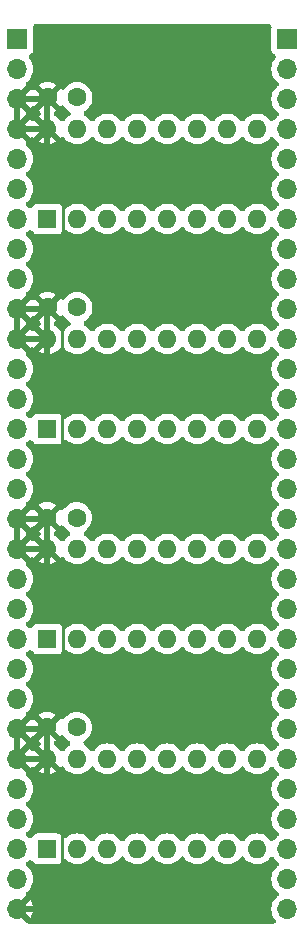
<source format=gbr>
%TF.GenerationSoftware,KiCad,Pcbnew,7.0.6-0*%
%TF.CreationDate,2023-07-28T23:20:17-07:00*%
%TF.ProjectId,V501,56353031-2e6b-4696-9361-645f70636258,rev?*%
%TF.SameCoordinates,Original*%
%TF.FileFunction,Copper,L2,Inr*%
%TF.FilePolarity,Positive*%
%FSLAX46Y46*%
G04 Gerber Fmt 4.6, Leading zero omitted, Abs format (unit mm)*
G04 Created by KiCad (PCBNEW 7.0.6-0) date 2023-07-28 23:20:17*
%MOMM*%
%LPD*%
G01*
G04 APERTURE LIST*
%TA.AperFunction,ComponentPad*%
%ADD10O,1.700000X1.700000*%
%TD*%
%TA.AperFunction,ComponentPad*%
%ADD11R,1.700000X1.700000*%
%TD*%
%TA.AperFunction,ComponentPad*%
%ADD12C,1.600000*%
%TD*%
%TA.AperFunction,ComponentPad*%
%ADD13R,1.600000X1.600000*%
%TD*%
%TA.AperFunction,ComponentPad*%
%ADD14O,1.600000X1.600000*%
%TD*%
%TA.AperFunction,Conductor*%
%ADD15C,0.250000*%
%TD*%
%TA.AperFunction,Conductor*%
%ADD16C,0.500000*%
%TD*%
G04 APERTURE END LIST*
D10*
%TO.N,Ra*%
%TO.C,J2*%
X132334000Y-151257000D03*
%TO.N,GND*%
X132334000Y-148717000D03*
X132334000Y-146177000D03*
%TO.N,/J2Bus27*%
X132334000Y-143637000D03*
%TO.N,/J2Bus26*%
X132334000Y-141097000D03*
%TO.N,/J2Bus25*%
X132334000Y-138557000D03*
%TO.N,/J2Bus24*%
X132334000Y-136017000D03*
%TO.N,/J2Bus23*%
X132334000Y-133477000D03*
%TO.N,GND*%
X132334000Y-130937000D03*
X132334000Y-128397000D03*
%TO.N,/J2Bus20*%
X132334000Y-125857000D03*
%TO.N,/J2Bus19*%
X132334000Y-123317000D03*
%TO.N,/J2Bus18*%
X132334000Y-120777000D03*
%TO.N,/J2Bus17*%
X132334000Y-118237000D03*
%TO.N,/J2Bus16*%
X132334000Y-115697000D03*
%TO.N,GND*%
X132334000Y-113157000D03*
X132334000Y-110617000D03*
%TO.N,/J2Bus13*%
X132334000Y-108077000D03*
%TO.N,/J2Bus12*%
X132334000Y-105537000D03*
%TO.N,/J2Bus11*%
X132334000Y-102997000D03*
%TO.N,/J2Bus10*%
X132334000Y-100457000D03*
%TO.N,~{Er}*%
X132334000Y-97917000D03*
%TO.N,GND*%
X132334000Y-95377000D03*
X132334000Y-92837000D03*
%TO.N,/J2Bus6*%
X132334000Y-90297000D03*
%TO.N,/J2Bus5*%
X132334000Y-87757000D03*
%TO.N,/J2Bus4*%
X132334000Y-85217000D03*
%TO.N,/J2Bus3*%
X132334000Y-82677000D03*
%TO.N,GND*%
X132334000Y-80137000D03*
D11*
X132334000Y-77597000D03*
%TD*%
D12*
%TO.N,VCC*%
%TO.C,C2*%
X112034000Y-100330000D03*
%TO.N,GND*%
X114534000Y-100330000D03*
%TD*%
%TO.N,VCC*%
%TO.C,C1*%
X112034000Y-82550000D03*
%TO.N,GND*%
X114534000Y-82550000D03*
%TD*%
%TO.N,VCC*%
%TO.C,C3*%
X111999000Y-118120000D03*
%TO.N,GND*%
X114499000Y-118120000D03*
%TD*%
D13*
%TO.N,/J1Bus6*%
%TO.C,U1*%
X112014000Y-92837000D03*
D14*
%TO.N,/J1Bus7*%
X114554000Y-92837000D03*
%TO.N,/J1Bus8*%
X117094000Y-92837000D03*
%TO.N,Rb*%
X119634000Y-92837000D03*
%TO.N,Ra*%
X122174000Y-92837000D03*
%TO.N,/J2Bus6*%
X124714000Y-92837000D03*
%TO.N,/J2Bus5*%
X127254000Y-92837000D03*
%TO.N,GND*%
X129794000Y-92837000D03*
%TO.N,/J2Bus4*%
X129794000Y-85217000D03*
%TO.N,/J2Bus3*%
X127254000Y-85217000D03*
%TO.N,~{Er}*%
X124714000Y-85217000D03*
%TO.N,~{Ew}*%
X122174000Y-85217000D03*
%TO.N,Wb*%
X119634000Y-85217000D03*
%TO.N,Wa*%
X117094000Y-85217000D03*
%TO.N,/J1Bus5*%
X114554000Y-85217000D03*
%TO.N,VCC*%
X112014000Y-85217000D03*
%TD*%
D13*
%TO.N,/J1Bus27*%
%TO.C,U4*%
X112014000Y-146167000D03*
D14*
%TO.N,/J1Bus28*%
X114554000Y-146167000D03*
%TO.N,/J1Bus29*%
X117094000Y-146167000D03*
%TO.N,Rb*%
X119634000Y-146167000D03*
%TO.N,Ra*%
X122174000Y-146167000D03*
%TO.N,/J2Bus27*%
X124714000Y-146167000D03*
%TO.N,/J2Bus26*%
X127254000Y-146167000D03*
%TO.N,GND*%
X129794000Y-146167000D03*
%TO.N,/J2Bus25*%
X129794000Y-138547000D03*
%TO.N,/J2Bus24*%
X127254000Y-138547000D03*
%TO.N,~{Er}*%
X124714000Y-138547000D03*
%TO.N,~{Ew}*%
X122174000Y-138547000D03*
%TO.N,Wb*%
X119634000Y-138547000D03*
%TO.N,Wa*%
X117094000Y-138547000D03*
%TO.N,/J1Bus26*%
X114554000Y-138547000D03*
%TO.N,VCC*%
X112014000Y-138547000D03*
%TD*%
D13*
%TO.N,/J1Bus13*%
%TO.C,U2*%
X112014000Y-110617000D03*
D14*
%TO.N,/J1Bus14*%
X114554000Y-110617000D03*
%TO.N,/J1Bus15*%
X117094000Y-110617000D03*
%TO.N,Rb*%
X119634000Y-110617000D03*
%TO.N,Ra*%
X122174000Y-110617000D03*
%TO.N,/J2Bus13*%
X124714000Y-110617000D03*
%TO.N,/J2Bus12*%
X127254000Y-110617000D03*
%TO.N,GND*%
X129794000Y-110617000D03*
%TO.N,/J2Bus11*%
X129794000Y-102997000D03*
%TO.N,/J2Bus10*%
X127254000Y-102997000D03*
%TO.N,~{Er}*%
X124714000Y-102997000D03*
%TO.N,~{Ew}*%
X122174000Y-102997000D03*
%TO.N,Wb*%
X119634000Y-102997000D03*
%TO.N,Wa*%
X117094000Y-102997000D03*
%TO.N,/J1Bus12*%
X114554000Y-102997000D03*
%TO.N,VCC*%
X112014000Y-102997000D03*
%TD*%
D12*
%TO.N,VCC*%
%TO.C,C4*%
X111999000Y-135880000D03*
%TO.N,GND*%
X114499000Y-135880000D03*
%TD*%
D13*
%TO.N,/J1Bus20*%
%TO.C,U3*%
X112014000Y-128397000D03*
D14*
%TO.N,/J1Bus21*%
X114554000Y-128397000D03*
%TO.N,/J1Bus22*%
X117094000Y-128397000D03*
%TO.N,Rb*%
X119634000Y-128397000D03*
%TO.N,Ra*%
X122174000Y-128397000D03*
%TO.N,/J2Bus20*%
X124714000Y-128397000D03*
%TO.N,/J2Bus19*%
X127254000Y-128397000D03*
%TO.N,GND*%
X129794000Y-128397000D03*
%TO.N,/J2Bus18*%
X129794000Y-120777000D03*
%TO.N,/J2Bus17*%
X127254000Y-120777000D03*
%TO.N,~{Er}*%
X124714000Y-120777000D03*
%TO.N,~{Ew}*%
X122174000Y-120777000D03*
%TO.N,Wb*%
X119634000Y-120777000D03*
%TO.N,Wa*%
X117094000Y-120777000D03*
%TO.N,/J1Bus19*%
X114554000Y-120777000D03*
%TO.N,VCC*%
X112014000Y-120777000D03*
%TD*%
D11*
%TO.N,Wa*%
%TO.C,J1*%
X109474000Y-77597000D03*
D10*
%TO.N,Wb*%
X109474000Y-80137000D03*
%TO.N,VCC*%
X109474000Y-82677000D03*
X109474000Y-85217000D03*
%TO.N,/J1Bus5*%
X109474000Y-87757000D03*
%TO.N,/J1Bus6*%
X109474000Y-90297000D03*
%TO.N,/J1Bus7*%
X109474000Y-92837000D03*
%TO.N,/J1Bus8*%
X109474000Y-95377000D03*
%TO.N,~{Ew}*%
X109474000Y-97917000D03*
%TO.N,VCC*%
X109474000Y-100457000D03*
X109474000Y-102997000D03*
%TO.N,/J1Bus12*%
X109474000Y-105537000D03*
%TO.N,/J1Bus13*%
X109474000Y-108077000D03*
%TO.N,/J1Bus14*%
X109474000Y-110617000D03*
%TO.N,/J1Bus15*%
X109474000Y-113157000D03*
%TO.N,/J1Bus16*%
X109474000Y-115697000D03*
%TO.N,VCC*%
X109474000Y-118237000D03*
X109474000Y-120777000D03*
%TO.N,/J1Bus19*%
X109474000Y-123317000D03*
%TO.N,/J1Bus20*%
X109474000Y-125857000D03*
%TO.N,/J1Bus21*%
X109474000Y-128397000D03*
%TO.N,/J1Bus22*%
X109474000Y-130937000D03*
%TO.N,Rb*%
X109474000Y-133477000D03*
%TO.N,VCC*%
X109474000Y-136017000D03*
X109474000Y-138557000D03*
%TO.N,/J1Bus26*%
X109474000Y-141097000D03*
%TO.N,/J1Bus27*%
X109474000Y-143637000D03*
%TO.N,/J1Bus28*%
X109474000Y-146177000D03*
%TO.N,/J1Bus29*%
X109474000Y-148717000D03*
%TO.N,VCC*%
X109474000Y-151257000D03*
%TD*%
D15*
%TO.N,VCC*%
X113139000Y-139672000D02*
X113284000Y-139817000D01*
X113284000Y-139817000D02*
X113284000Y-147447000D01*
X113284000Y-147447000D02*
X110299500Y-150431500D01*
X112034000Y-100330000D02*
X113284000Y-101580000D01*
X113284000Y-101580000D02*
X113284000Y-116835000D01*
X113284000Y-116835000D02*
X111999000Y-118120000D01*
D16*
X109474000Y-138557000D02*
X110744000Y-139827000D01*
X112014000Y-138547000D02*
X110744000Y-139817000D01*
D15*
X110744000Y-139817000D02*
X110744000Y-139827000D01*
D16*
X110744000Y-139827000D02*
X110871000Y-139954000D01*
X112014000Y-120777000D02*
X110998000Y-121793000D01*
X110998000Y-121793000D02*
X110490000Y-121793000D01*
X112014000Y-102997000D02*
X110744000Y-104267000D01*
X112014000Y-85217000D02*
X110807500Y-86423500D01*
X110807500Y-86423500D02*
X110680500Y-86423500D01*
D15*
X109484000Y-136017000D02*
X109474000Y-136017000D01*
D16*
X109474000Y-151257000D02*
X110299500Y-150431500D01*
X109474000Y-151257000D02*
X110490000Y-152273000D01*
X109474000Y-100457000D02*
X109474000Y-102997000D01*
X109474000Y-100457000D02*
X110744000Y-99187000D01*
X109474000Y-82677000D02*
X111907000Y-82677000D01*
X111999000Y-135880000D02*
X109474000Y-138405000D01*
X109474000Y-102997000D02*
X110744000Y-104267000D01*
X109474000Y-82677000D02*
X112014000Y-85217000D01*
X113304000Y-99060000D02*
X112034000Y-100330000D01*
X112034000Y-82550000D02*
X109474000Y-85110000D01*
X112014000Y-85217000D02*
X113304000Y-86507000D01*
D15*
X109474000Y-85110000D02*
X109474000Y-85217000D01*
X111907000Y-82677000D02*
X112034000Y-82550000D01*
D16*
X112014000Y-120777000D02*
X109474000Y-118237000D01*
X109474000Y-100457000D02*
X111907000Y-100457000D01*
X109474000Y-120777000D02*
X110490000Y-121793000D01*
X110299500Y-150431500D02*
X110553500Y-150177500D01*
X112014000Y-138547000D02*
X109484000Y-136017000D01*
D15*
X109474000Y-102890000D02*
X109474000Y-102997000D01*
D16*
X112014000Y-120777000D02*
X113304000Y-122067000D01*
D15*
X111999000Y-118252000D02*
X111999000Y-118120000D01*
D16*
X109474000Y-136017000D02*
X110871000Y-134620000D01*
X112014000Y-102997000D02*
X112014000Y-100350000D01*
X109474000Y-82677000D02*
X110744000Y-81407000D01*
X109474000Y-100457000D02*
X112014000Y-102997000D01*
D15*
X112014000Y-118135000D02*
X111999000Y-118120000D01*
D16*
X112014000Y-138547000D02*
X113139000Y-139672000D01*
D15*
X111907000Y-100457000D02*
X112034000Y-100330000D01*
D16*
X112014000Y-85217000D02*
X112014000Y-82570000D01*
D15*
X111862000Y-136017000D02*
X111999000Y-135880000D01*
D16*
X109474000Y-118237000D02*
X110617000Y-117094000D01*
X112014000Y-120777000D02*
X112014000Y-118135000D01*
X109474000Y-136017000D02*
X109474000Y-138557000D01*
X109474000Y-136017000D02*
X111862000Y-136017000D01*
D15*
X109474000Y-138405000D02*
X109474000Y-138557000D01*
D16*
X109474000Y-120777000D02*
X111999000Y-118252000D01*
D15*
X113304000Y-122067000D02*
X113304000Y-134575000D01*
X112014000Y-100350000D02*
X112034000Y-100330000D01*
X111882000Y-118237000D02*
X111999000Y-118120000D01*
D16*
X113304000Y-134575000D02*
X111999000Y-135880000D01*
X109474000Y-118237000D02*
X111882000Y-118237000D01*
D15*
X111999000Y-138532000D02*
X112014000Y-138547000D01*
D16*
X112034000Y-100330000D02*
X109474000Y-102890000D01*
X109474000Y-85217000D02*
X110680500Y-86423500D01*
X109474000Y-120777000D02*
X109474000Y-118237000D01*
X111999000Y-135880000D02*
X111999000Y-138532000D01*
D15*
X112014000Y-82570000D02*
X112034000Y-82550000D01*
X113304000Y-86507000D02*
X113304000Y-99060000D01*
%TD*%
%TA.AperFunction,Conductor*%
%TO.N,VCC*%
G36*
X128577892Y-146811625D02*
G01*
X128666819Y-146850753D01*
X128727968Y-146911902D01*
X128793953Y-147006139D01*
X128954861Y-147167047D01*
X128954864Y-147167049D01*
X128954865Y-147167050D01*
X129141258Y-147297563D01*
X129141262Y-147297565D01*
X129141266Y-147297568D01*
X129141270Y-147297569D01*
X129141272Y-147297571D01*
X129174808Y-147313209D01*
X129347504Y-147393739D01*
X129567308Y-147452635D01*
X129586984Y-147454356D01*
X129793994Y-147472468D01*
X129794000Y-147472468D01*
X129794006Y-147472468D01*
X129973668Y-147456749D01*
X130020692Y-147452635D01*
X130240496Y-147393739D01*
X130446734Y-147297568D01*
X130633139Y-147167047D01*
X130794047Y-147006139D01*
X130826009Y-146960491D01*
X130896190Y-146893306D01*
X130986739Y-146858092D01*
X131083871Y-146860211D01*
X131172798Y-146899339D01*
X131233944Y-146960483D01*
X131295505Y-147048401D01*
X131462599Y-147215495D01*
X131501925Y-147243031D01*
X131569107Y-147313209D01*
X131604321Y-147403758D01*
X131602202Y-147500890D01*
X131563074Y-147589818D01*
X131501928Y-147650965D01*
X131462603Y-147678501D01*
X131295504Y-147845600D01*
X131159965Y-148039169D01*
X131159961Y-148039177D01*
X131060098Y-148253333D01*
X131060097Y-148253335D01*
X130998935Y-148481598D01*
X130978341Y-148716994D01*
X130978341Y-148717005D01*
X130998935Y-148952401D01*
X130998937Y-148952408D01*
X131060097Y-149180663D01*
X131159965Y-149394830D01*
X131295505Y-149588401D01*
X131462599Y-149755495D01*
X131501925Y-149783031D01*
X131569107Y-149853209D01*
X131604321Y-149943758D01*
X131602202Y-150040890D01*
X131563074Y-150129818D01*
X131501928Y-150190965D01*
X131462603Y-150218501D01*
X131295504Y-150385600D01*
X131159965Y-150579169D01*
X131159961Y-150579177D01*
X131060098Y-150793333D01*
X131060097Y-150793335D01*
X130998935Y-151021598D01*
X130978341Y-151256994D01*
X130978341Y-151257005D01*
X130998935Y-151492401D01*
X131049724Y-151681952D01*
X131060097Y-151720663D01*
X131159965Y-151934830D01*
X131295505Y-152128401D01*
X131295508Y-152128404D01*
X131300252Y-152135179D01*
X131339381Y-152224106D01*
X131341500Y-152321238D01*
X131306288Y-152411788D01*
X131239104Y-152481969D01*
X131150177Y-152521098D01*
X131096283Y-152527000D01*
X110711106Y-152527000D01*
X110615818Y-152508046D01*
X110535036Y-152454070D01*
X110481060Y-152373288D01*
X110462106Y-152278000D01*
X110481060Y-152182712D01*
X110507137Y-152135179D01*
X110647600Y-151934576D01*
X110747433Y-151720485D01*
X110747433Y-151720483D01*
X110804636Y-151507001D01*
X110804636Y-151507000D01*
X109907686Y-151507000D01*
X109933493Y-151466844D01*
X109974000Y-151328889D01*
X109974000Y-151185111D01*
X109933493Y-151047156D01*
X109907686Y-151007000D01*
X110804636Y-151007000D01*
X110804636Y-151006998D01*
X110747433Y-150793516D01*
X110747429Y-150793505D01*
X110647603Y-150579428D01*
X110647599Y-150579420D01*
X110512110Y-150385923D01*
X110345075Y-150218888D01*
X110305637Y-150191273D01*
X110238454Y-150121091D01*
X110203242Y-150030542D01*
X110205362Y-149933410D01*
X110244491Y-149844483D01*
X110305636Y-149783338D01*
X110345401Y-149755495D01*
X110512495Y-149588401D01*
X110648035Y-149394830D01*
X110747903Y-149180663D01*
X110809063Y-148952408D01*
X110829659Y-148717000D01*
X110829659Y-148716994D01*
X110809064Y-148481598D01*
X110809063Y-148481595D01*
X110809063Y-148481592D01*
X110747903Y-148253337D01*
X110648035Y-148039171D01*
X110512495Y-147845599D01*
X110345401Y-147678505D01*
X110306074Y-147650967D01*
X110238891Y-147580789D01*
X110203678Y-147490240D01*
X110205797Y-147393108D01*
X110244925Y-147304181D01*
X110306073Y-147243032D01*
X110345401Y-147215495D01*
X110387786Y-147173109D01*
X110468564Y-147119135D01*
X110563852Y-147100180D01*
X110659140Y-147119133D01*
X110739922Y-147173109D01*
X110763188Y-147199959D01*
X110836260Y-147297571D01*
X110856454Y-147324546D01*
X110971669Y-147410796D01*
X111106517Y-147461091D01*
X111166127Y-147467500D01*
X112861872Y-147467499D01*
X112921483Y-147461091D01*
X113056331Y-147410796D01*
X113171546Y-147324546D01*
X113257796Y-147209331D01*
X113258043Y-147208666D01*
X113259037Y-147207058D01*
X113266330Y-147193702D01*
X113267045Y-147194092D01*
X113309094Y-147126011D01*
X113387894Y-147069181D01*
X113482443Y-147046831D01*
X113578348Y-147062366D01*
X113661008Y-147113419D01*
X113667388Y-147119574D01*
X113714861Y-147167047D01*
X113714864Y-147167049D01*
X113714865Y-147167050D01*
X113901258Y-147297563D01*
X113901262Y-147297565D01*
X113901266Y-147297568D01*
X113901270Y-147297569D01*
X113901272Y-147297571D01*
X113934808Y-147313209D01*
X114107504Y-147393739D01*
X114327308Y-147452635D01*
X114346984Y-147454356D01*
X114553994Y-147472468D01*
X114554000Y-147472468D01*
X114554006Y-147472468D01*
X114733668Y-147456749D01*
X114780692Y-147452635D01*
X115000496Y-147393739D01*
X115206734Y-147297568D01*
X115393139Y-147167047D01*
X115554047Y-147006139D01*
X115620031Y-146911902D01*
X115690211Y-146844719D01*
X115780760Y-146809506D01*
X115877892Y-146811625D01*
X115966819Y-146850753D01*
X116027968Y-146911902D01*
X116093953Y-147006139D01*
X116254861Y-147167047D01*
X116254864Y-147167049D01*
X116254865Y-147167050D01*
X116441258Y-147297563D01*
X116441262Y-147297565D01*
X116441266Y-147297568D01*
X116441270Y-147297569D01*
X116441272Y-147297571D01*
X116474808Y-147313209D01*
X116647504Y-147393739D01*
X116867308Y-147452635D01*
X116886984Y-147454356D01*
X117093994Y-147472468D01*
X117094000Y-147472468D01*
X117094006Y-147472468D01*
X117273668Y-147456749D01*
X117320692Y-147452635D01*
X117540496Y-147393739D01*
X117746734Y-147297568D01*
X117933139Y-147167047D01*
X118094047Y-147006139D01*
X118160031Y-146911902D01*
X118230211Y-146844719D01*
X118320760Y-146809506D01*
X118417892Y-146811625D01*
X118506819Y-146850753D01*
X118567968Y-146911902D01*
X118633953Y-147006139D01*
X118794861Y-147167047D01*
X118794864Y-147167049D01*
X118794865Y-147167050D01*
X118981258Y-147297563D01*
X118981262Y-147297565D01*
X118981266Y-147297568D01*
X118981270Y-147297569D01*
X118981272Y-147297571D01*
X119014808Y-147313209D01*
X119187504Y-147393739D01*
X119407308Y-147452635D01*
X119426984Y-147454356D01*
X119633994Y-147472468D01*
X119634000Y-147472468D01*
X119634006Y-147472468D01*
X119813668Y-147456749D01*
X119860692Y-147452635D01*
X120080496Y-147393739D01*
X120286734Y-147297568D01*
X120473139Y-147167047D01*
X120634047Y-147006139D01*
X120700031Y-146911902D01*
X120770211Y-146844719D01*
X120860760Y-146809506D01*
X120957892Y-146811625D01*
X121046819Y-146850753D01*
X121107968Y-146911902D01*
X121173953Y-147006139D01*
X121334861Y-147167047D01*
X121334864Y-147167049D01*
X121334865Y-147167050D01*
X121521258Y-147297563D01*
X121521262Y-147297565D01*
X121521266Y-147297568D01*
X121521270Y-147297569D01*
X121521272Y-147297571D01*
X121554808Y-147313209D01*
X121727504Y-147393739D01*
X121947308Y-147452635D01*
X121966984Y-147454356D01*
X122173994Y-147472468D01*
X122174000Y-147472468D01*
X122174006Y-147472468D01*
X122353668Y-147456749D01*
X122400692Y-147452635D01*
X122620496Y-147393739D01*
X122826734Y-147297568D01*
X123013139Y-147167047D01*
X123174047Y-147006139D01*
X123240031Y-146911902D01*
X123310211Y-146844719D01*
X123400760Y-146809506D01*
X123497892Y-146811625D01*
X123586819Y-146850753D01*
X123647968Y-146911902D01*
X123713953Y-147006139D01*
X123874861Y-147167047D01*
X123874864Y-147167049D01*
X123874865Y-147167050D01*
X124061258Y-147297563D01*
X124061262Y-147297565D01*
X124061266Y-147297568D01*
X124061270Y-147297569D01*
X124061272Y-147297571D01*
X124094808Y-147313209D01*
X124267504Y-147393739D01*
X124487308Y-147452635D01*
X124506984Y-147454356D01*
X124713994Y-147472468D01*
X124714000Y-147472468D01*
X124714006Y-147472468D01*
X124893668Y-147456749D01*
X124940692Y-147452635D01*
X125160496Y-147393739D01*
X125366734Y-147297568D01*
X125553139Y-147167047D01*
X125714047Y-147006139D01*
X125780031Y-146911902D01*
X125850211Y-146844719D01*
X125940760Y-146809506D01*
X126037892Y-146811625D01*
X126126819Y-146850753D01*
X126187968Y-146911902D01*
X126253953Y-147006139D01*
X126414861Y-147167047D01*
X126414864Y-147167049D01*
X126414865Y-147167050D01*
X126601258Y-147297563D01*
X126601262Y-147297565D01*
X126601266Y-147297568D01*
X126601270Y-147297569D01*
X126601272Y-147297571D01*
X126634808Y-147313209D01*
X126807504Y-147393739D01*
X127027308Y-147452635D01*
X127046984Y-147454356D01*
X127253994Y-147472468D01*
X127254000Y-147472468D01*
X127254006Y-147472468D01*
X127433668Y-147456749D01*
X127480692Y-147452635D01*
X127700496Y-147393739D01*
X127906734Y-147297568D01*
X128093139Y-147167047D01*
X128254047Y-147006139D01*
X128320031Y-146911902D01*
X128390211Y-146844719D01*
X128480760Y-146809506D01*
X128577892Y-146811625D01*
G37*
%TD.AperFunction*%
%TA.AperFunction,Conductor*%
G36*
X112264000Y-139825871D02*
G01*
X112460323Y-139773267D01*
X112666483Y-139677133D01*
X112852812Y-139546664D01*
X113013663Y-139385813D01*
X113079724Y-139291468D01*
X113149905Y-139224283D01*
X113240454Y-139189070D01*
X113337586Y-139191189D01*
X113426513Y-139230317D01*
X113487663Y-139291467D01*
X113553949Y-139386134D01*
X113553953Y-139386139D01*
X113714861Y-139547047D01*
X113714864Y-139547049D01*
X113714865Y-139547050D01*
X113901258Y-139677563D01*
X113901262Y-139677565D01*
X113901266Y-139677568D01*
X114107504Y-139773739D01*
X114327308Y-139832635D01*
X114346984Y-139834356D01*
X114553994Y-139852468D01*
X114554000Y-139852468D01*
X114554006Y-139852468D01*
X114733668Y-139836749D01*
X114780692Y-139832635D01*
X115000496Y-139773739D01*
X115206734Y-139677568D01*
X115393139Y-139547047D01*
X115554047Y-139386139D01*
X115620031Y-139291902D01*
X115690211Y-139224719D01*
X115780760Y-139189506D01*
X115877892Y-139191625D01*
X115966819Y-139230753D01*
X116027968Y-139291902D01*
X116093953Y-139386139D01*
X116254861Y-139547047D01*
X116254864Y-139547049D01*
X116254865Y-139547050D01*
X116441258Y-139677563D01*
X116441262Y-139677565D01*
X116441266Y-139677568D01*
X116647504Y-139773739D01*
X116867308Y-139832635D01*
X116886984Y-139834356D01*
X117093994Y-139852468D01*
X117094000Y-139852468D01*
X117094006Y-139852468D01*
X117273668Y-139836749D01*
X117320692Y-139832635D01*
X117540496Y-139773739D01*
X117746734Y-139677568D01*
X117933139Y-139547047D01*
X118094047Y-139386139D01*
X118160031Y-139291902D01*
X118230211Y-139224719D01*
X118320760Y-139189506D01*
X118417892Y-139191625D01*
X118506819Y-139230753D01*
X118567968Y-139291902D01*
X118633953Y-139386139D01*
X118794861Y-139547047D01*
X118794864Y-139547049D01*
X118794865Y-139547050D01*
X118981258Y-139677563D01*
X118981262Y-139677565D01*
X118981266Y-139677568D01*
X119187504Y-139773739D01*
X119407308Y-139832635D01*
X119426984Y-139834356D01*
X119633994Y-139852468D01*
X119634000Y-139852468D01*
X119634006Y-139852468D01*
X119813668Y-139836749D01*
X119860692Y-139832635D01*
X120080496Y-139773739D01*
X120286734Y-139677568D01*
X120473139Y-139547047D01*
X120634047Y-139386139D01*
X120700031Y-139291902D01*
X120770211Y-139224719D01*
X120860760Y-139189506D01*
X120957892Y-139191625D01*
X121046819Y-139230753D01*
X121107968Y-139291902D01*
X121173953Y-139386139D01*
X121334861Y-139547047D01*
X121334864Y-139547049D01*
X121334865Y-139547050D01*
X121521258Y-139677563D01*
X121521262Y-139677565D01*
X121521266Y-139677568D01*
X121727504Y-139773739D01*
X121947308Y-139832635D01*
X121966984Y-139834356D01*
X122173994Y-139852468D01*
X122174000Y-139852468D01*
X122174006Y-139852468D01*
X122353668Y-139836749D01*
X122400692Y-139832635D01*
X122620496Y-139773739D01*
X122826734Y-139677568D01*
X123013139Y-139547047D01*
X123174047Y-139386139D01*
X123240031Y-139291902D01*
X123310211Y-139224719D01*
X123400760Y-139189506D01*
X123497892Y-139191625D01*
X123586819Y-139230753D01*
X123647968Y-139291902D01*
X123713953Y-139386139D01*
X123874861Y-139547047D01*
X123874864Y-139547049D01*
X123874865Y-139547050D01*
X124061258Y-139677563D01*
X124061262Y-139677565D01*
X124061266Y-139677568D01*
X124267504Y-139773739D01*
X124487308Y-139832635D01*
X124506984Y-139834356D01*
X124713994Y-139852468D01*
X124714000Y-139852468D01*
X124714006Y-139852468D01*
X124893668Y-139836749D01*
X124940692Y-139832635D01*
X125160496Y-139773739D01*
X125366734Y-139677568D01*
X125553139Y-139547047D01*
X125714047Y-139386139D01*
X125780031Y-139291902D01*
X125850211Y-139224719D01*
X125940760Y-139189506D01*
X126037892Y-139191625D01*
X126126819Y-139230753D01*
X126187968Y-139291902D01*
X126253953Y-139386139D01*
X126414861Y-139547047D01*
X126414864Y-139547049D01*
X126414865Y-139547050D01*
X126601258Y-139677563D01*
X126601262Y-139677565D01*
X126601266Y-139677568D01*
X126807504Y-139773739D01*
X127027308Y-139832635D01*
X127046984Y-139834356D01*
X127253994Y-139852468D01*
X127254000Y-139852468D01*
X127254006Y-139852468D01*
X127433668Y-139836749D01*
X127480692Y-139832635D01*
X127700496Y-139773739D01*
X127906734Y-139677568D01*
X128093139Y-139547047D01*
X128254047Y-139386139D01*
X128320031Y-139291902D01*
X128390211Y-139224719D01*
X128480760Y-139189506D01*
X128577892Y-139191625D01*
X128666819Y-139230753D01*
X128727968Y-139291902D01*
X128793953Y-139386139D01*
X128954861Y-139547047D01*
X128954864Y-139547049D01*
X128954865Y-139547050D01*
X129141258Y-139677563D01*
X129141262Y-139677565D01*
X129141266Y-139677568D01*
X129347504Y-139773739D01*
X129567308Y-139832635D01*
X129586984Y-139834356D01*
X129793994Y-139852468D01*
X129794000Y-139852468D01*
X129794006Y-139852468D01*
X129973668Y-139836749D01*
X130020692Y-139832635D01*
X130240496Y-139773739D01*
X130446734Y-139677568D01*
X130633139Y-139547047D01*
X130794047Y-139386139D01*
X130826009Y-139340491D01*
X130896190Y-139273306D01*
X130986739Y-139238092D01*
X131083871Y-139240211D01*
X131172798Y-139279339D01*
X131233944Y-139340483D01*
X131295505Y-139428401D01*
X131462599Y-139595495D01*
X131501925Y-139623031D01*
X131569107Y-139693209D01*
X131604321Y-139783758D01*
X131602202Y-139880890D01*
X131563074Y-139969818D01*
X131501928Y-140030965D01*
X131462603Y-140058501D01*
X131295504Y-140225600D01*
X131159965Y-140419169D01*
X131159961Y-140419177D01*
X131060098Y-140633333D01*
X131060097Y-140633335D01*
X130998935Y-140861598D01*
X130978341Y-141096994D01*
X130978341Y-141097005D01*
X130998935Y-141332401D01*
X130998937Y-141332408D01*
X131060097Y-141560663D01*
X131159965Y-141774830D01*
X131295505Y-141968401D01*
X131462599Y-142135495D01*
X131501925Y-142163031D01*
X131569107Y-142233209D01*
X131604321Y-142323758D01*
X131602202Y-142420890D01*
X131563074Y-142509818D01*
X131501928Y-142570965D01*
X131462603Y-142598501D01*
X131295504Y-142765600D01*
X131159965Y-142959169D01*
X131159961Y-142959177D01*
X131060098Y-143173333D01*
X131060097Y-143173335D01*
X130998935Y-143401598D01*
X130978341Y-143636994D01*
X130978341Y-143637005D01*
X130998935Y-143872401D01*
X130998937Y-143872408D01*
X131060097Y-144100663D01*
X131159965Y-144314830D01*
X131295505Y-144508401D01*
X131462599Y-144675495D01*
X131501925Y-144703031D01*
X131569107Y-144773209D01*
X131604321Y-144863758D01*
X131602202Y-144960890D01*
X131563074Y-145049818D01*
X131501928Y-145110965D01*
X131462603Y-145138501D01*
X131295503Y-145305601D01*
X131240949Y-145383512D01*
X131170767Y-145450696D01*
X131080217Y-145485907D01*
X130983086Y-145483787D01*
X130894159Y-145444658D01*
X130833013Y-145383511D01*
X130794047Y-145327861D01*
X130633139Y-145166953D01*
X130633135Y-145166950D01*
X130633134Y-145166949D01*
X130446741Y-145036436D01*
X130446727Y-145036428D01*
X130240499Y-144940262D01*
X130240496Y-144940261D01*
X130020694Y-144881365D01*
X130020679Y-144881363D01*
X129794006Y-144861532D01*
X129793994Y-144861532D01*
X129567320Y-144881363D01*
X129567305Y-144881365D01*
X129347503Y-144940261D01*
X129347500Y-144940262D01*
X129141272Y-145036428D01*
X129141258Y-145036436D01*
X128954865Y-145166949D01*
X128793949Y-145327865D01*
X128727969Y-145422096D01*
X128657788Y-145489280D01*
X128567239Y-145524493D01*
X128470107Y-145522374D01*
X128381180Y-145483245D01*
X128320031Y-145422096D01*
X128254050Y-145327865D01*
X128254049Y-145327864D01*
X128254047Y-145327861D01*
X128093139Y-145166953D01*
X128093135Y-145166950D01*
X128093134Y-145166949D01*
X127906741Y-145036436D01*
X127906727Y-145036428D01*
X127700499Y-144940262D01*
X127700496Y-144940261D01*
X127480694Y-144881365D01*
X127480679Y-144881363D01*
X127254006Y-144861532D01*
X127253994Y-144861532D01*
X127027320Y-144881363D01*
X127027305Y-144881365D01*
X126807503Y-144940261D01*
X126807500Y-144940262D01*
X126601272Y-145036428D01*
X126601258Y-145036436D01*
X126414865Y-145166949D01*
X126253949Y-145327865D01*
X126187969Y-145422096D01*
X126117788Y-145489280D01*
X126027239Y-145524493D01*
X125930107Y-145522374D01*
X125841180Y-145483245D01*
X125780031Y-145422096D01*
X125714050Y-145327865D01*
X125714049Y-145327864D01*
X125714047Y-145327861D01*
X125553139Y-145166953D01*
X125553135Y-145166950D01*
X125553134Y-145166949D01*
X125366741Y-145036436D01*
X125366727Y-145036428D01*
X125160499Y-144940262D01*
X125160496Y-144940261D01*
X124940694Y-144881365D01*
X124940679Y-144881363D01*
X124714006Y-144861532D01*
X124713994Y-144861532D01*
X124487320Y-144881363D01*
X124487305Y-144881365D01*
X124267503Y-144940261D01*
X124267500Y-144940262D01*
X124061272Y-145036428D01*
X124061258Y-145036436D01*
X123874865Y-145166949D01*
X123713949Y-145327865D01*
X123647969Y-145422096D01*
X123577788Y-145489280D01*
X123487239Y-145524493D01*
X123390107Y-145522374D01*
X123301180Y-145483245D01*
X123240031Y-145422096D01*
X123174050Y-145327865D01*
X123174049Y-145327864D01*
X123174047Y-145327861D01*
X123013139Y-145166953D01*
X123013135Y-145166950D01*
X123013134Y-145166949D01*
X122826741Y-145036436D01*
X122826727Y-145036428D01*
X122620499Y-144940262D01*
X122620496Y-144940261D01*
X122400694Y-144881365D01*
X122400679Y-144881363D01*
X122174006Y-144861532D01*
X122173994Y-144861532D01*
X121947320Y-144881363D01*
X121947305Y-144881365D01*
X121727503Y-144940261D01*
X121727500Y-144940262D01*
X121521272Y-145036428D01*
X121521258Y-145036436D01*
X121334865Y-145166949D01*
X121173949Y-145327865D01*
X121107969Y-145422096D01*
X121037788Y-145489280D01*
X120947239Y-145524493D01*
X120850107Y-145522374D01*
X120761180Y-145483245D01*
X120700031Y-145422096D01*
X120634050Y-145327865D01*
X120634049Y-145327864D01*
X120634047Y-145327861D01*
X120473139Y-145166953D01*
X120473135Y-145166950D01*
X120473134Y-145166949D01*
X120286741Y-145036436D01*
X120286727Y-145036428D01*
X120080499Y-144940262D01*
X120080496Y-144940261D01*
X119860694Y-144881365D01*
X119860679Y-144881363D01*
X119634006Y-144861532D01*
X119633994Y-144861532D01*
X119407320Y-144881363D01*
X119407305Y-144881365D01*
X119187503Y-144940261D01*
X119187500Y-144940262D01*
X118981272Y-145036428D01*
X118981258Y-145036436D01*
X118794865Y-145166949D01*
X118633949Y-145327865D01*
X118567969Y-145422096D01*
X118497788Y-145489280D01*
X118407239Y-145524493D01*
X118310107Y-145522374D01*
X118221180Y-145483245D01*
X118160031Y-145422096D01*
X118094050Y-145327865D01*
X118094049Y-145327864D01*
X118094047Y-145327861D01*
X117933139Y-145166953D01*
X117933135Y-145166950D01*
X117933134Y-145166949D01*
X117746741Y-145036436D01*
X117746727Y-145036428D01*
X117540499Y-144940262D01*
X117540496Y-144940261D01*
X117320694Y-144881365D01*
X117320679Y-144881363D01*
X117094006Y-144861532D01*
X117093994Y-144861532D01*
X116867320Y-144881363D01*
X116867305Y-144881365D01*
X116647503Y-144940261D01*
X116647500Y-144940262D01*
X116441272Y-145036428D01*
X116441258Y-145036436D01*
X116254865Y-145166949D01*
X116093949Y-145327865D01*
X116027969Y-145422096D01*
X115957788Y-145489280D01*
X115867239Y-145524493D01*
X115770107Y-145522374D01*
X115681180Y-145483245D01*
X115620031Y-145422096D01*
X115554050Y-145327865D01*
X115554049Y-145327864D01*
X115554047Y-145327861D01*
X115393139Y-145166953D01*
X115393135Y-145166950D01*
X115393134Y-145166949D01*
X115206741Y-145036436D01*
X115206727Y-145036428D01*
X115000499Y-144940262D01*
X115000496Y-144940261D01*
X114780694Y-144881365D01*
X114780679Y-144881363D01*
X114554006Y-144861532D01*
X114553994Y-144861532D01*
X114327320Y-144881363D01*
X114327305Y-144881365D01*
X114107503Y-144940261D01*
X114107500Y-144940262D01*
X113901272Y-145036428D01*
X113901258Y-145036436D01*
X113714861Y-145166952D01*
X113667415Y-145214398D01*
X113586633Y-145268374D01*
X113491345Y-145287327D01*
X113396057Y-145268372D01*
X113315276Y-145214395D01*
X113261300Y-145133613D01*
X113258066Y-145125394D01*
X113257796Y-145124669D01*
X113171546Y-145009454D01*
X113056331Y-144923204D01*
X112944155Y-144881365D01*
X112921481Y-144872908D01*
X112861873Y-144866500D01*
X111166134Y-144866500D01*
X111166130Y-144866500D01*
X111166128Y-144866501D01*
X111153313Y-144867878D01*
X111106519Y-144872908D01*
X111106515Y-144872909D01*
X110971670Y-144923203D01*
X110935554Y-144950240D01*
X110856454Y-145009454D01*
X110770206Y-145124667D01*
X110759531Y-145138927D01*
X110757302Y-145137258D01*
X110712373Y-145191010D01*
X110626281Y-145236035D01*
X110529512Y-145244686D01*
X110436798Y-145215647D01*
X110380083Y-145173187D01*
X110345401Y-145138505D01*
X110306074Y-145110967D01*
X110238891Y-145040789D01*
X110203678Y-144950240D01*
X110205797Y-144853108D01*
X110244925Y-144764181D01*
X110306073Y-144703032D01*
X110345401Y-144675495D01*
X110512495Y-144508401D01*
X110648035Y-144314830D01*
X110747903Y-144100663D01*
X110809063Y-143872408D01*
X110829659Y-143637000D01*
X110829659Y-143636994D01*
X110809064Y-143401598D01*
X110809063Y-143401595D01*
X110809063Y-143401592D01*
X110747903Y-143173337D01*
X110648035Y-142959171D01*
X110512495Y-142765599D01*
X110345401Y-142598505D01*
X110306074Y-142570967D01*
X110238891Y-142500789D01*
X110203678Y-142410240D01*
X110205797Y-142313108D01*
X110244925Y-142224181D01*
X110306073Y-142163032D01*
X110345401Y-142135495D01*
X110512495Y-141968401D01*
X110648035Y-141774830D01*
X110747903Y-141560663D01*
X110809063Y-141332408D01*
X110829659Y-141097000D01*
X110829659Y-141096994D01*
X110809064Y-140861598D01*
X110809063Y-140861595D01*
X110809063Y-140861592D01*
X110747903Y-140633337D01*
X110648035Y-140419171D01*
X110512495Y-140225599D01*
X110345401Y-140058505D01*
X110345397Y-140058502D01*
X110345396Y-140058501D01*
X110305638Y-140030662D01*
X110238454Y-139960481D01*
X110203242Y-139869931D01*
X110205362Y-139772800D01*
X110244491Y-139683873D01*
X110305640Y-139622724D01*
X110345075Y-139595111D01*
X110512112Y-139428074D01*
X110574051Y-139339617D01*
X110644232Y-139272433D01*
X110734781Y-139237220D01*
X110831913Y-139239339D01*
X110920840Y-139278468D01*
X110981989Y-139339616D01*
X111014337Y-139385814D01*
X111175187Y-139546664D01*
X111361516Y-139677133D01*
X111567676Y-139773267D01*
X111763999Y-139825871D01*
X111764000Y-139825871D01*
X111764000Y-138862686D01*
X111775955Y-138874641D01*
X111888852Y-138932165D01*
X111982519Y-138947000D01*
X112045481Y-138947000D01*
X112139148Y-138932165D01*
X112252045Y-138874641D01*
X112264000Y-138862685D01*
X112264000Y-139825871D01*
G37*
%TD.AperFunction*%
%TA.AperFunction,Conductor*%
G36*
X111686359Y-138308955D02*
G01*
X111628835Y-138421852D01*
X111609014Y-138547000D01*
X111628835Y-138672148D01*
X111686359Y-138785045D01*
X111698314Y-138797000D01*
X110801134Y-138797000D01*
X110750861Y-138807000D01*
X109907686Y-138807000D01*
X109933493Y-138766844D01*
X109974000Y-138628889D01*
X109974000Y-138485111D01*
X109933493Y-138347156D01*
X109907686Y-138307000D01*
X110736866Y-138307000D01*
X110787139Y-138297000D01*
X111698314Y-138297000D01*
X111686359Y-138308955D01*
G37*
%TD.AperFunction*%
%TA.AperFunction,Conductor*%
G36*
X109724000Y-138121498D02*
G01*
X109616315Y-138072320D01*
X109509763Y-138057000D01*
X109438237Y-138057000D01*
X109331685Y-138072320D01*
X109224000Y-138121498D01*
X109224000Y-136452501D01*
X109331685Y-136501680D01*
X109438237Y-136517000D01*
X109509763Y-136517000D01*
X109616315Y-136501680D01*
X109724000Y-136452501D01*
X109724000Y-138121498D01*
G37*
%TD.AperFunction*%
%TA.AperFunction,Conductor*%
G36*
X113078025Y-136605471D02*
G01*
X113096051Y-136603894D01*
X113114905Y-136585846D01*
X113205454Y-136550633D01*
X113302586Y-136552752D01*
X113391513Y-136591880D01*
X113452663Y-136653030D01*
X113481931Y-136694830D01*
X113498953Y-136719139D01*
X113659861Y-136880047D01*
X113659864Y-136880049D01*
X113659865Y-136880050D01*
X113846258Y-137010563D01*
X113846262Y-137010565D01*
X113846266Y-137010568D01*
X113846269Y-137010569D01*
X113855606Y-137015960D01*
X113928652Y-137080017D01*
X113971624Y-137167152D01*
X113977980Y-137264099D01*
X113946753Y-137356099D01*
X113882696Y-137429145D01*
X113873930Y-137435572D01*
X113714865Y-137546949D01*
X113553951Y-137707863D01*
X113487663Y-137802533D01*
X113417481Y-137869717D01*
X113326932Y-137904929D01*
X113229800Y-137902810D01*
X113140873Y-137863681D01*
X113079725Y-137802532D01*
X113013664Y-137708187D01*
X112852814Y-137547337D01*
X112659843Y-137412217D01*
X112592659Y-137342035D01*
X112557447Y-137251486D01*
X112559566Y-137154354D01*
X112598695Y-137065427D01*
X112659843Y-137004279D01*
X112724471Y-136959025D01*
X112043400Y-136277953D01*
X112124148Y-136265165D01*
X112237045Y-136207641D01*
X112326641Y-136118045D01*
X112384165Y-136005148D01*
X112396953Y-135924400D01*
X113078025Y-136605471D01*
G37*
%TD.AperFunction*%
%TA.AperFunction,Conductor*%
G36*
X128577892Y-129041625D02*
G01*
X128666819Y-129080753D01*
X128727968Y-129141902D01*
X128793953Y-129236139D01*
X128954861Y-129397047D01*
X128954864Y-129397049D01*
X128954865Y-129397050D01*
X129141258Y-129527563D01*
X129141262Y-129527565D01*
X129141266Y-129527568D01*
X129347504Y-129623739D01*
X129567308Y-129682635D01*
X129586984Y-129684356D01*
X129793994Y-129702468D01*
X129794000Y-129702468D01*
X129794006Y-129702468D01*
X129973668Y-129686749D01*
X130020692Y-129682635D01*
X130240496Y-129623739D01*
X130446734Y-129527568D01*
X130633139Y-129397047D01*
X130794047Y-129236139D01*
X130829512Y-129185488D01*
X130899691Y-129118306D01*
X130990240Y-129083092D01*
X131087372Y-129085211D01*
X131176300Y-129124339D01*
X131237445Y-129185483D01*
X131295505Y-129268401D01*
X131462599Y-129435495D01*
X131501925Y-129463031D01*
X131569107Y-129533209D01*
X131604321Y-129623758D01*
X131602202Y-129720890D01*
X131563074Y-129809818D01*
X131501928Y-129870965D01*
X131462603Y-129898501D01*
X131295504Y-130065600D01*
X131159965Y-130259169D01*
X131159961Y-130259177D01*
X131060098Y-130473333D01*
X131060097Y-130473335D01*
X130998935Y-130701598D01*
X130978341Y-130936994D01*
X130978341Y-130937005D01*
X130998935Y-131172401D01*
X130998937Y-131172408D01*
X131060097Y-131400663D01*
X131159965Y-131614830D01*
X131295505Y-131808401D01*
X131462599Y-131975495D01*
X131501925Y-132003031D01*
X131569107Y-132073209D01*
X131604321Y-132163758D01*
X131602202Y-132260890D01*
X131563074Y-132349818D01*
X131501928Y-132410965D01*
X131462603Y-132438501D01*
X131295504Y-132605600D01*
X131159965Y-132799169D01*
X131159961Y-132799177D01*
X131060098Y-133013333D01*
X131060097Y-133013335D01*
X130998935Y-133241598D01*
X130978341Y-133476994D01*
X130978341Y-133477005D01*
X130998935Y-133712401D01*
X130998937Y-133712408D01*
X131060097Y-133940663D01*
X131159965Y-134154830D01*
X131295505Y-134348401D01*
X131462599Y-134515495D01*
X131501925Y-134543031D01*
X131569107Y-134613209D01*
X131604321Y-134703758D01*
X131602202Y-134800890D01*
X131563074Y-134889818D01*
X131501928Y-134950965D01*
X131462603Y-134978501D01*
X131295504Y-135145600D01*
X131159965Y-135339169D01*
X131159961Y-135339177D01*
X131060098Y-135553333D01*
X131060097Y-135553335D01*
X130998935Y-135781598D01*
X130978341Y-136016994D01*
X130978341Y-136017005D01*
X130998935Y-136252401D01*
X131049724Y-136441952D01*
X131060097Y-136480663D01*
X131116067Y-136600691D01*
X131159965Y-136694830D01*
X131289657Y-136880050D01*
X131295505Y-136888401D01*
X131462599Y-137055495D01*
X131501925Y-137083031D01*
X131569107Y-137153209D01*
X131604321Y-137243758D01*
X131602202Y-137340890D01*
X131563074Y-137429818D01*
X131501928Y-137490965D01*
X131462603Y-137518501D01*
X131295503Y-137685601D01*
X131240949Y-137763512D01*
X131170767Y-137830696D01*
X131080217Y-137865907D01*
X130983086Y-137863787D01*
X130894159Y-137824658D01*
X130833013Y-137763511D01*
X130794047Y-137707861D01*
X130633139Y-137546953D01*
X130633135Y-137546950D01*
X130633134Y-137546949D01*
X130446741Y-137416436D01*
X130446727Y-137416428D01*
X130240499Y-137320262D01*
X130240496Y-137320261D01*
X130020694Y-137261365D01*
X130020679Y-137261363D01*
X129794006Y-137241532D01*
X129793994Y-137241532D01*
X129567320Y-137261363D01*
X129567305Y-137261365D01*
X129347503Y-137320261D01*
X129347500Y-137320262D01*
X129141272Y-137416428D01*
X129141258Y-137416436D01*
X128954865Y-137546949D01*
X128793949Y-137707865D01*
X128727969Y-137802096D01*
X128657788Y-137869280D01*
X128567239Y-137904493D01*
X128470107Y-137902374D01*
X128381180Y-137863245D01*
X128320031Y-137802096D01*
X128254050Y-137707865D01*
X128254048Y-137707863D01*
X128254047Y-137707861D01*
X128093139Y-137546953D01*
X128093135Y-137546950D01*
X128093134Y-137546949D01*
X127906741Y-137416436D01*
X127906727Y-137416428D01*
X127700499Y-137320262D01*
X127700496Y-137320261D01*
X127480694Y-137261365D01*
X127480679Y-137261363D01*
X127254006Y-137241532D01*
X127253994Y-137241532D01*
X127027320Y-137261363D01*
X127027305Y-137261365D01*
X126807503Y-137320261D01*
X126807500Y-137320262D01*
X126601272Y-137416428D01*
X126601258Y-137416436D01*
X126414865Y-137546949D01*
X126253949Y-137707865D01*
X126187969Y-137802096D01*
X126117788Y-137869280D01*
X126027239Y-137904493D01*
X125930107Y-137902374D01*
X125841180Y-137863245D01*
X125780031Y-137802096D01*
X125714050Y-137707865D01*
X125714048Y-137707863D01*
X125714047Y-137707861D01*
X125553139Y-137546953D01*
X125553135Y-137546950D01*
X125553134Y-137546949D01*
X125366741Y-137416436D01*
X125366727Y-137416428D01*
X125160499Y-137320262D01*
X125160496Y-137320261D01*
X124940694Y-137261365D01*
X124940679Y-137261363D01*
X124714006Y-137241532D01*
X124713994Y-137241532D01*
X124487320Y-137261363D01*
X124487305Y-137261365D01*
X124267503Y-137320261D01*
X124267500Y-137320262D01*
X124061272Y-137416428D01*
X124061258Y-137416436D01*
X123874865Y-137546949D01*
X123713949Y-137707865D01*
X123647969Y-137802096D01*
X123577788Y-137869280D01*
X123487239Y-137904493D01*
X123390107Y-137902374D01*
X123301180Y-137863245D01*
X123240031Y-137802096D01*
X123174050Y-137707865D01*
X123174048Y-137707863D01*
X123174047Y-137707861D01*
X123013139Y-137546953D01*
X123013135Y-137546950D01*
X123013134Y-137546949D01*
X122826741Y-137416436D01*
X122826727Y-137416428D01*
X122620499Y-137320262D01*
X122620496Y-137320261D01*
X122400694Y-137261365D01*
X122400679Y-137261363D01*
X122174006Y-137241532D01*
X122173994Y-137241532D01*
X121947320Y-137261363D01*
X121947305Y-137261365D01*
X121727503Y-137320261D01*
X121727500Y-137320262D01*
X121521272Y-137416428D01*
X121521258Y-137416436D01*
X121334865Y-137546949D01*
X121173949Y-137707865D01*
X121107969Y-137802096D01*
X121037788Y-137869280D01*
X120947239Y-137904493D01*
X120850107Y-137902374D01*
X120761180Y-137863245D01*
X120700031Y-137802096D01*
X120634050Y-137707865D01*
X120634048Y-137707863D01*
X120634047Y-137707861D01*
X120473139Y-137546953D01*
X120473135Y-137546950D01*
X120473134Y-137546949D01*
X120286741Y-137416436D01*
X120286727Y-137416428D01*
X120080499Y-137320262D01*
X120080496Y-137320261D01*
X119860694Y-137261365D01*
X119860679Y-137261363D01*
X119634006Y-137241532D01*
X119633994Y-137241532D01*
X119407320Y-137261363D01*
X119407305Y-137261365D01*
X119187503Y-137320261D01*
X119187500Y-137320262D01*
X118981272Y-137416428D01*
X118981258Y-137416436D01*
X118794865Y-137546949D01*
X118633949Y-137707865D01*
X118567969Y-137802096D01*
X118497788Y-137869280D01*
X118407239Y-137904493D01*
X118310107Y-137902374D01*
X118221180Y-137863245D01*
X118160031Y-137802096D01*
X118094050Y-137707865D01*
X118094048Y-137707863D01*
X118094047Y-137707861D01*
X117933139Y-137546953D01*
X117933135Y-137546950D01*
X117933134Y-137546949D01*
X117746741Y-137416436D01*
X117746727Y-137416428D01*
X117540499Y-137320262D01*
X117540496Y-137320261D01*
X117320694Y-137261365D01*
X117320679Y-137261363D01*
X117094006Y-137241532D01*
X117093994Y-137241532D01*
X116867320Y-137261363D01*
X116867305Y-137261365D01*
X116647503Y-137320261D01*
X116647500Y-137320262D01*
X116441272Y-137416428D01*
X116441258Y-137416436D01*
X116254865Y-137546949D01*
X116093949Y-137707865D01*
X116027969Y-137802096D01*
X115957788Y-137869280D01*
X115867239Y-137904493D01*
X115770107Y-137902374D01*
X115681180Y-137863245D01*
X115620031Y-137802096D01*
X115554050Y-137707865D01*
X115554048Y-137707863D01*
X115554047Y-137707861D01*
X115393139Y-137546953D01*
X115393135Y-137546950D01*
X115393134Y-137546949D01*
X115206737Y-137416433D01*
X115197390Y-137411037D01*
X115124345Y-137346978D01*
X115081374Y-137259843D01*
X115075019Y-137162896D01*
X115106248Y-137070897D01*
X115170307Y-136997852D01*
X115179030Y-136991454D01*
X115338139Y-136880047D01*
X115499047Y-136719139D01*
X115629568Y-136532734D01*
X115725739Y-136326496D01*
X115784635Y-136106692D01*
X115804468Y-135880000D01*
X115804468Y-135879994D01*
X115784636Y-135653320D01*
X115784635Y-135653308D01*
X115725739Y-135433504D01*
X115629568Y-135227266D01*
X115629565Y-135227262D01*
X115629563Y-135227258D01*
X115499050Y-135040865D01*
X115499049Y-135040864D01*
X115499047Y-135040861D01*
X115338139Y-134879953D01*
X115338135Y-134879950D01*
X115338134Y-134879949D01*
X115151741Y-134749436D01*
X115151727Y-134749428D01*
X114945499Y-134653262D01*
X114945496Y-134653261D01*
X114725694Y-134594365D01*
X114725679Y-134594363D01*
X114499006Y-134574532D01*
X114498994Y-134574532D01*
X114272320Y-134594363D01*
X114272305Y-134594365D01*
X114052503Y-134653261D01*
X114052500Y-134653262D01*
X113846272Y-134749428D01*
X113846258Y-134749436D01*
X113659865Y-134879949D01*
X113498950Y-135040864D01*
X113452662Y-135106970D01*
X113382480Y-135174154D01*
X113291930Y-135209366D01*
X113194798Y-135207245D01*
X113105872Y-135168116D01*
X113093650Y-135155894D01*
X113078026Y-135154527D01*
X112396953Y-135835599D01*
X112384165Y-135754852D01*
X112326641Y-135641955D01*
X112237045Y-135552359D01*
X112124148Y-135494835D01*
X112043399Y-135482045D01*
X112724472Y-134800973D01*
X112651485Y-134749868D01*
X112651483Y-134749866D01*
X112445323Y-134653732D01*
X112225603Y-134594859D01*
X111998999Y-134575034D01*
X111772397Y-134594859D01*
X111772396Y-134594859D01*
X111552676Y-134653732D01*
X111346513Y-134749868D01*
X111273527Y-134800972D01*
X111954600Y-135482045D01*
X111873852Y-135494835D01*
X111760955Y-135552359D01*
X111671359Y-135641955D01*
X111613835Y-135754852D01*
X111601045Y-135835600D01*
X110919971Y-135154526D01*
X110918320Y-135154671D01*
X110852841Y-135217354D01*
X110762292Y-135252567D01*
X110665160Y-135250448D01*
X110576233Y-135211319D01*
X110519134Y-135154219D01*
X110519098Y-135154250D01*
X110518748Y-135153833D01*
X110515080Y-135150165D01*
X110512109Y-135145922D01*
X110345075Y-134978888D01*
X110305637Y-134951273D01*
X110238454Y-134881091D01*
X110203242Y-134790542D01*
X110205362Y-134693410D01*
X110244491Y-134604483D01*
X110305636Y-134543338D01*
X110345401Y-134515495D01*
X110512495Y-134348401D01*
X110648035Y-134154830D01*
X110747903Y-133940663D01*
X110809063Y-133712408D01*
X110829659Y-133477000D01*
X110829659Y-133476994D01*
X110809064Y-133241598D01*
X110809063Y-133241595D01*
X110809063Y-133241592D01*
X110747903Y-133013337D01*
X110648035Y-132799171D01*
X110512495Y-132605599D01*
X110345401Y-132438505D01*
X110306074Y-132410967D01*
X110238891Y-132340789D01*
X110203678Y-132250240D01*
X110205797Y-132153108D01*
X110244925Y-132064181D01*
X110306073Y-132003032D01*
X110345401Y-131975495D01*
X110512495Y-131808401D01*
X110648035Y-131614830D01*
X110747903Y-131400663D01*
X110809063Y-131172408D01*
X110829659Y-130937000D01*
X110829659Y-130936994D01*
X110809064Y-130701598D01*
X110809063Y-130701595D01*
X110809063Y-130701592D01*
X110747903Y-130473337D01*
X110648035Y-130259171D01*
X110512495Y-130065599D01*
X110345401Y-129898505D01*
X110306074Y-129870967D01*
X110238891Y-129800789D01*
X110203678Y-129710240D01*
X110205797Y-129613108D01*
X110244925Y-129524181D01*
X110306073Y-129463032D01*
X110345401Y-129435495D01*
X110383616Y-129397279D01*
X110464391Y-129343307D01*
X110559679Y-129324352D01*
X110654968Y-129343305D01*
X110735750Y-129397280D01*
X110757625Y-129426499D01*
X110759531Y-129425073D01*
X110770203Y-129439329D01*
X110770204Y-129439331D01*
X110856454Y-129554546D01*
X110971669Y-129640796D01*
X111106517Y-129691091D01*
X111166127Y-129697500D01*
X112861872Y-129697499D01*
X112921483Y-129691091D01*
X113056331Y-129640796D01*
X113171546Y-129554546D01*
X113257796Y-129439331D01*
X113258043Y-129438666D01*
X113259037Y-129437058D01*
X113266330Y-129423702D01*
X113267045Y-129424092D01*
X113309094Y-129356011D01*
X113387894Y-129299181D01*
X113482443Y-129276831D01*
X113578348Y-129292366D01*
X113661008Y-129343419D01*
X113667388Y-129349574D01*
X113714861Y-129397047D01*
X113714864Y-129397049D01*
X113714865Y-129397050D01*
X113901258Y-129527563D01*
X113901262Y-129527565D01*
X113901266Y-129527568D01*
X114107504Y-129623739D01*
X114327308Y-129682635D01*
X114346984Y-129684356D01*
X114553994Y-129702468D01*
X114554000Y-129702468D01*
X114554006Y-129702468D01*
X114733668Y-129686749D01*
X114780692Y-129682635D01*
X115000496Y-129623739D01*
X115206734Y-129527568D01*
X115393139Y-129397047D01*
X115554047Y-129236139D01*
X115620031Y-129141902D01*
X115690211Y-129074719D01*
X115780760Y-129039506D01*
X115877892Y-129041625D01*
X115966819Y-129080753D01*
X116027968Y-129141902D01*
X116093953Y-129236139D01*
X116254861Y-129397047D01*
X116254864Y-129397049D01*
X116254865Y-129397050D01*
X116441258Y-129527563D01*
X116441262Y-129527565D01*
X116441266Y-129527568D01*
X116647504Y-129623739D01*
X116867308Y-129682635D01*
X116886984Y-129684356D01*
X117093994Y-129702468D01*
X117094000Y-129702468D01*
X117094006Y-129702468D01*
X117273668Y-129686749D01*
X117320692Y-129682635D01*
X117540496Y-129623739D01*
X117746734Y-129527568D01*
X117933139Y-129397047D01*
X118094047Y-129236139D01*
X118160031Y-129141902D01*
X118230211Y-129074719D01*
X118320760Y-129039506D01*
X118417892Y-129041625D01*
X118506819Y-129080753D01*
X118567968Y-129141902D01*
X118633953Y-129236139D01*
X118794861Y-129397047D01*
X118794864Y-129397049D01*
X118794865Y-129397050D01*
X118981258Y-129527563D01*
X118981262Y-129527565D01*
X118981266Y-129527568D01*
X119187504Y-129623739D01*
X119407308Y-129682635D01*
X119426984Y-129684356D01*
X119633994Y-129702468D01*
X119634000Y-129702468D01*
X119634006Y-129702468D01*
X119813668Y-129686749D01*
X119860692Y-129682635D01*
X120080496Y-129623739D01*
X120286734Y-129527568D01*
X120473139Y-129397047D01*
X120634047Y-129236139D01*
X120700031Y-129141902D01*
X120770211Y-129074719D01*
X120860760Y-129039506D01*
X120957892Y-129041625D01*
X121046819Y-129080753D01*
X121107968Y-129141902D01*
X121173953Y-129236139D01*
X121334861Y-129397047D01*
X121334864Y-129397049D01*
X121334865Y-129397050D01*
X121521258Y-129527563D01*
X121521262Y-129527565D01*
X121521266Y-129527568D01*
X121727504Y-129623739D01*
X121947308Y-129682635D01*
X121966984Y-129684356D01*
X122173994Y-129702468D01*
X122174000Y-129702468D01*
X122174006Y-129702468D01*
X122353668Y-129686749D01*
X122400692Y-129682635D01*
X122620496Y-129623739D01*
X122826734Y-129527568D01*
X123013139Y-129397047D01*
X123174047Y-129236139D01*
X123240031Y-129141902D01*
X123310211Y-129074719D01*
X123400760Y-129039506D01*
X123497892Y-129041625D01*
X123586819Y-129080753D01*
X123647968Y-129141902D01*
X123713953Y-129236139D01*
X123874861Y-129397047D01*
X123874864Y-129397049D01*
X123874865Y-129397050D01*
X124061258Y-129527563D01*
X124061262Y-129527565D01*
X124061266Y-129527568D01*
X124267504Y-129623739D01*
X124487308Y-129682635D01*
X124506984Y-129684356D01*
X124713994Y-129702468D01*
X124714000Y-129702468D01*
X124714006Y-129702468D01*
X124893668Y-129686749D01*
X124940692Y-129682635D01*
X125160496Y-129623739D01*
X125366734Y-129527568D01*
X125553139Y-129397047D01*
X125714047Y-129236139D01*
X125780031Y-129141902D01*
X125850211Y-129074719D01*
X125940760Y-129039506D01*
X126037892Y-129041625D01*
X126126819Y-129080753D01*
X126187968Y-129141902D01*
X126253953Y-129236139D01*
X126414861Y-129397047D01*
X126414864Y-129397049D01*
X126414865Y-129397050D01*
X126601258Y-129527563D01*
X126601262Y-129527565D01*
X126601266Y-129527568D01*
X126807504Y-129623739D01*
X127027308Y-129682635D01*
X127046984Y-129684356D01*
X127253994Y-129702468D01*
X127254000Y-129702468D01*
X127254006Y-129702468D01*
X127433668Y-129686749D01*
X127480692Y-129682635D01*
X127700496Y-129623739D01*
X127906734Y-129527568D01*
X128093139Y-129397047D01*
X128254047Y-129236139D01*
X128320031Y-129141902D01*
X128390211Y-129074719D01*
X128480760Y-129039506D01*
X128577892Y-129041625D01*
G37*
%TD.AperFunction*%
%TA.AperFunction,Conductor*%
G36*
X111613835Y-136005148D02*
G01*
X111671359Y-136118045D01*
X111760955Y-136207641D01*
X111873852Y-136265165D01*
X111954599Y-136277953D01*
X111273527Y-136959026D01*
X111353156Y-137014783D01*
X111420339Y-137084964D01*
X111455552Y-137175514D01*
X111453433Y-137272645D01*
X111414304Y-137361573D01*
X111353156Y-137422721D01*
X111175185Y-137547337D01*
X111014336Y-137708186D01*
X110974986Y-137764384D01*
X110904804Y-137831567D01*
X110814255Y-137866779D01*
X110717123Y-137864659D01*
X110628196Y-137825530D01*
X110567050Y-137764384D01*
X110512111Y-137685924D01*
X110345075Y-137518888D01*
X110305203Y-137490970D01*
X110238018Y-137420789D01*
X110202805Y-137330240D01*
X110204924Y-137233108D01*
X110244052Y-137144181D01*
X110305203Y-137083030D01*
X110345075Y-137055111D01*
X110512112Y-136888074D01*
X110639656Y-136705923D01*
X110709837Y-136638739D01*
X110800386Y-136603526D01*
X110865327Y-136600691D01*
X110919973Y-136605472D01*
X111601045Y-135924399D01*
X111613835Y-136005148D01*
G37*
%TD.AperFunction*%
%TA.AperFunction,Conductor*%
G36*
X112264000Y-122055871D02*
G01*
X112460323Y-122003267D01*
X112666483Y-121907133D01*
X112852812Y-121776664D01*
X113013663Y-121615813D01*
X113079724Y-121521468D01*
X113149905Y-121454283D01*
X113240454Y-121419070D01*
X113337586Y-121421189D01*
X113426513Y-121460317D01*
X113487663Y-121521467D01*
X113553725Y-121615814D01*
X113553953Y-121616139D01*
X113714861Y-121777047D01*
X113714864Y-121777049D01*
X113714865Y-121777050D01*
X113901258Y-121907563D01*
X113901262Y-121907565D01*
X113901266Y-121907568D01*
X114107504Y-122003739D01*
X114327308Y-122062635D01*
X114346984Y-122064356D01*
X114553994Y-122082468D01*
X114554000Y-122082468D01*
X114554006Y-122082468D01*
X114733668Y-122066749D01*
X114780692Y-122062635D01*
X115000496Y-122003739D01*
X115206734Y-121907568D01*
X115393139Y-121777047D01*
X115554047Y-121616139D01*
X115620031Y-121521902D01*
X115690211Y-121454719D01*
X115780760Y-121419506D01*
X115877892Y-121421625D01*
X115966819Y-121460753D01*
X116027968Y-121521902D01*
X116093953Y-121616139D01*
X116254861Y-121777047D01*
X116254864Y-121777049D01*
X116254865Y-121777050D01*
X116441258Y-121907563D01*
X116441262Y-121907565D01*
X116441266Y-121907568D01*
X116647504Y-122003739D01*
X116867308Y-122062635D01*
X116886984Y-122064356D01*
X117093994Y-122082468D01*
X117094000Y-122082468D01*
X117094006Y-122082468D01*
X117273668Y-122066749D01*
X117320692Y-122062635D01*
X117540496Y-122003739D01*
X117746734Y-121907568D01*
X117933139Y-121777047D01*
X118094047Y-121616139D01*
X118160031Y-121521902D01*
X118230211Y-121454719D01*
X118320760Y-121419506D01*
X118417892Y-121421625D01*
X118506819Y-121460753D01*
X118567968Y-121521902D01*
X118633953Y-121616139D01*
X118794861Y-121777047D01*
X118794864Y-121777049D01*
X118794865Y-121777050D01*
X118981258Y-121907563D01*
X118981262Y-121907565D01*
X118981266Y-121907568D01*
X119187504Y-122003739D01*
X119407308Y-122062635D01*
X119426984Y-122064356D01*
X119633994Y-122082468D01*
X119634000Y-122082468D01*
X119634006Y-122082468D01*
X119813668Y-122066749D01*
X119860692Y-122062635D01*
X120080496Y-122003739D01*
X120286734Y-121907568D01*
X120473139Y-121777047D01*
X120634047Y-121616139D01*
X120700031Y-121521902D01*
X120770211Y-121454719D01*
X120860760Y-121419506D01*
X120957892Y-121421625D01*
X121046819Y-121460753D01*
X121107968Y-121521902D01*
X121173953Y-121616139D01*
X121334861Y-121777047D01*
X121334864Y-121777049D01*
X121334865Y-121777050D01*
X121521258Y-121907563D01*
X121521262Y-121907565D01*
X121521266Y-121907568D01*
X121727504Y-122003739D01*
X121947308Y-122062635D01*
X121966984Y-122064356D01*
X122173994Y-122082468D01*
X122174000Y-122082468D01*
X122174006Y-122082468D01*
X122353668Y-122066749D01*
X122400692Y-122062635D01*
X122620496Y-122003739D01*
X122826734Y-121907568D01*
X123013139Y-121777047D01*
X123174047Y-121616139D01*
X123240031Y-121521902D01*
X123310211Y-121454719D01*
X123400760Y-121419506D01*
X123497892Y-121421625D01*
X123586819Y-121460753D01*
X123647968Y-121521902D01*
X123713953Y-121616139D01*
X123874861Y-121777047D01*
X123874864Y-121777049D01*
X123874865Y-121777050D01*
X124061258Y-121907563D01*
X124061262Y-121907565D01*
X124061266Y-121907568D01*
X124267504Y-122003739D01*
X124487308Y-122062635D01*
X124506984Y-122064356D01*
X124713994Y-122082468D01*
X124714000Y-122082468D01*
X124714006Y-122082468D01*
X124893668Y-122066749D01*
X124940692Y-122062635D01*
X125160496Y-122003739D01*
X125366734Y-121907568D01*
X125553139Y-121777047D01*
X125714047Y-121616139D01*
X125780031Y-121521902D01*
X125850211Y-121454719D01*
X125940760Y-121419506D01*
X126037892Y-121421625D01*
X126126819Y-121460753D01*
X126187968Y-121521902D01*
X126253953Y-121616139D01*
X126414861Y-121777047D01*
X126414864Y-121777049D01*
X126414865Y-121777050D01*
X126601258Y-121907563D01*
X126601262Y-121907565D01*
X126601266Y-121907568D01*
X126807504Y-122003739D01*
X127027308Y-122062635D01*
X127046984Y-122064356D01*
X127253994Y-122082468D01*
X127254000Y-122082468D01*
X127254006Y-122082468D01*
X127433668Y-122066749D01*
X127480692Y-122062635D01*
X127700496Y-122003739D01*
X127906734Y-121907568D01*
X128093139Y-121777047D01*
X128254047Y-121616139D01*
X128320031Y-121521902D01*
X128390211Y-121454719D01*
X128480760Y-121419506D01*
X128577892Y-121421625D01*
X128666819Y-121460753D01*
X128727968Y-121521902D01*
X128793953Y-121616139D01*
X128954861Y-121777047D01*
X128954864Y-121777049D01*
X128954865Y-121777050D01*
X129141258Y-121907563D01*
X129141262Y-121907565D01*
X129141266Y-121907568D01*
X129347504Y-122003739D01*
X129567308Y-122062635D01*
X129586984Y-122064356D01*
X129793994Y-122082468D01*
X129794000Y-122082468D01*
X129794006Y-122082468D01*
X129973668Y-122066749D01*
X130020692Y-122062635D01*
X130240496Y-122003739D01*
X130446734Y-121907568D01*
X130633139Y-121777047D01*
X130794047Y-121616139D01*
X130829512Y-121565488D01*
X130899691Y-121498306D01*
X130990240Y-121463092D01*
X131087372Y-121465211D01*
X131176300Y-121504339D01*
X131237445Y-121565483D01*
X131295505Y-121648401D01*
X131462599Y-121815495D01*
X131501925Y-121843031D01*
X131569107Y-121913209D01*
X131604321Y-122003758D01*
X131602202Y-122100890D01*
X131563074Y-122189818D01*
X131501928Y-122250965D01*
X131462603Y-122278501D01*
X131295504Y-122445600D01*
X131159965Y-122639169D01*
X131159961Y-122639177D01*
X131060098Y-122853333D01*
X131060097Y-122853335D01*
X130998935Y-123081598D01*
X130978341Y-123316994D01*
X130978341Y-123317005D01*
X130998935Y-123552401D01*
X130998937Y-123552408D01*
X131060097Y-123780663D01*
X131159965Y-123994830D01*
X131295505Y-124188401D01*
X131462599Y-124355495D01*
X131501925Y-124383031D01*
X131569107Y-124453209D01*
X131604321Y-124543758D01*
X131602202Y-124640890D01*
X131563074Y-124729818D01*
X131501928Y-124790965D01*
X131462603Y-124818501D01*
X131295504Y-124985600D01*
X131159965Y-125179169D01*
X131159961Y-125179177D01*
X131060098Y-125393333D01*
X131060097Y-125393335D01*
X130998935Y-125621598D01*
X130978341Y-125856994D01*
X130978341Y-125857005D01*
X130998935Y-126092401D01*
X130998937Y-126092408D01*
X131060097Y-126320663D01*
X131159965Y-126534830D01*
X131295505Y-126728401D01*
X131462599Y-126895495D01*
X131501925Y-126923031D01*
X131569107Y-126993209D01*
X131604321Y-127083758D01*
X131602202Y-127180890D01*
X131563074Y-127269818D01*
X131501928Y-127330965D01*
X131462603Y-127358501D01*
X131295503Y-127525601D01*
X131237448Y-127608512D01*
X131167266Y-127675695D01*
X131076717Y-127710907D01*
X130979585Y-127708787D01*
X130890658Y-127669658D01*
X130829512Y-127608511D01*
X130794047Y-127557861D01*
X130633139Y-127396953D01*
X130633135Y-127396950D01*
X130633134Y-127396949D01*
X130446741Y-127266436D01*
X130446727Y-127266428D01*
X130240499Y-127170262D01*
X130240496Y-127170261D01*
X130020694Y-127111365D01*
X130020679Y-127111363D01*
X129794006Y-127091532D01*
X129793994Y-127091532D01*
X129567320Y-127111363D01*
X129567305Y-127111365D01*
X129347503Y-127170261D01*
X129347500Y-127170262D01*
X129141272Y-127266428D01*
X129141258Y-127266436D01*
X128954865Y-127396949D01*
X128793949Y-127557865D01*
X128727969Y-127652096D01*
X128657788Y-127719280D01*
X128567239Y-127754493D01*
X128470107Y-127752374D01*
X128381180Y-127713245D01*
X128320031Y-127652096D01*
X128254050Y-127557865D01*
X128254049Y-127557864D01*
X128254047Y-127557861D01*
X128093139Y-127396953D01*
X128093135Y-127396950D01*
X128093134Y-127396949D01*
X127906741Y-127266436D01*
X127906727Y-127266428D01*
X127700499Y-127170262D01*
X127700496Y-127170261D01*
X127480694Y-127111365D01*
X127480679Y-127111363D01*
X127254006Y-127091532D01*
X127253994Y-127091532D01*
X127027320Y-127111363D01*
X127027305Y-127111365D01*
X126807503Y-127170261D01*
X126807500Y-127170262D01*
X126601272Y-127266428D01*
X126601258Y-127266436D01*
X126414865Y-127396949D01*
X126253949Y-127557865D01*
X126187969Y-127652096D01*
X126117788Y-127719280D01*
X126027239Y-127754493D01*
X125930107Y-127752374D01*
X125841180Y-127713245D01*
X125780031Y-127652096D01*
X125714050Y-127557865D01*
X125714049Y-127557864D01*
X125714047Y-127557861D01*
X125553139Y-127396953D01*
X125553135Y-127396950D01*
X125553134Y-127396949D01*
X125366741Y-127266436D01*
X125366727Y-127266428D01*
X125160499Y-127170262D01*
X125160496Y-127170261D01*
X124940694Y-127111365D01*
X124940679Y-127111363D01*
X124714006Y-127091532D01*
X124713994Y-127091532D01*
X124487320Y-127111363D01*
X124487305Y-127111365D01*
X124267503Y-127170261D01*
X124267500Y-127170262D01*
X124061272Y-127266428D01*
X124061258Y-127266436D01*
X123874865Y-127396949D01*
X123713949Y-127557865D01*
X123647969Y-127652096D01*
X123577788Y-127719280D01*
X123487239Y-127754493D01*
X123390107Y-127752374D01*
X123301180Y-127713245D01*
X123240031Y-127652096D01*
X123174050Y-127557865D01*
X123174049Y-127557864D01*
X123174047Y-127557861D01*
X123013139Y-127396953D01*
X123013135Y-127396950D01*
X123013134Y-127396949D01*
X122826741Y-127266436D01*
X122826727Y-127266428D01*
X122620499Y-127170262D01*
X122620496Y-127170261D01*
X122400694Y-127111365D01*
X122400679Y-127111363D01*
X122174006Y-127091532D01*
X122173994Y-127091532D01*
X121947320Y-127111363D01*
X121947305Y-127111365D01*
X121727503Y-127170261D01*
X121727500Y-127170262D01*
X121521272Y-127266428D01*
X121521258Y-127266436D01*
X121334865Y-127396949D01*
X121173949Y-127557865D01*
X121107969Y-127652096D01*
X121037788Y-127719280D01*
X120947239Y-127754493D01*
X120850107Y-127752374D01*
X120761180Y-127713245D01*
X120700031Y-127652096D01*
X120634050Y-127557865D01*
X120634049Y-127557864D01*
X120634047Y-127557861D01*
X120473139Y-127396953D01*
X120473135Y-127396950D01*
X120473134Y-127396949D01*
X120286741Y-127266436D01*
X120286727Y-127266428D01*
X120080499Y-127170262D01*
X120080496Y-127170261D01*
X119860694Y-127111365D01*
X119860679Y-127111363D01*
X119634006Y-127091532D01*
X119633994Y-127091532D01*
X119407320Y-127111363D01*
X119407305Y-127111365D01*
X119187503Y-127170261D01*
X119187500Y-127170262D01*
X118981272Y-127266428D01*
X118981258Y-127266436D01*
X118794865Y-127396949D01*
X118633949Y-127557865D01*
X118567969Y-127652096D01*
X118497788Y-127719280D01*
X118407239Y-127754493D01*
X118310107Y-127752374D01*
X118221180Y-127713245D01*
X118160031Y-127652096D01*
X118094050Y-127557865D01*
X118094049Y-127557864D01*
X118094047Y-127557861D01*
X117933139Y-127396953D01*
X117933135Y-127396950D01*
X117933134Y-127396949D01*
X117746741Y-127266436D01*
X117746727Y-127266428D01*
X117540499Y-127170262D01*
X117540496Y-127170261D01*
X117320694Y-127111365D01*
X117320679Y-127111363D01*
X117094006Y-127091532D01*
X117093994Y-127091532D01*
X116867320Y-127111363D01*
X116867305Y-127111365D01*
X116647503Y-127170261D01*
X116647500Y-127170262D01*
X116441272Y-127266428D01*
X116441258Y-127266436D01*
X116254865Y-127396949D01*
X116093949Y-127557865D01*
X116027969Y-127652096D01*
X115957788Y-127719280D01*
X115867239Y-127754493D01*
X115770107Y-127752374D01*
X115681180Y-127713245D01*
X115620031Y-127652096D01*
X115554050Y-127557865D01*
X115554049Y-127557864D01*
X115554047Y-127557861D01*
X115393139Y-127396953D01*
X115393135Y-127396950D01*
X115393134Y-127396949D01*
X115206741Y-127266436D01*
X115206727Y-127266428D01*
X115000499Y-127170262D01*
X115000496Y-127170261D01*
X114780694Y-127111365D01*
X114780679Y-127111363D01*
X114554006Y-127091532D01*
X114553994Y-127091532D01*
X114327320Y-127111363D01*
X114327305Y-127111365D01*
X114107503Y-127170261D01*
X114107500Y-127170262D01*
X113901272Y-127266428D01*
X113901258Y-127266436D01*
X113714861Y-127396952D01*
X113667415Y-127444398D01*
X113586633Y-127498374D01*
X113491345Y-127517327D01*
X113396057Y-127498372D01*
X113315276Y-127444395D01*
X113261300Y-127363613D01*
X113258066Y-127355394D01*
X113257796Y-127354669D01*
X113171546Y-127239454D01*
X113056331Y-127153204D01*
X112944155Y-127111365D01*
X112921481Y-127102908D01*
X112861873Y-127096500D01*
X111166134Y-127096500D01*
X111166130Y-127096500D01*
X111166128Y-127096501D01*
X111153314Y-127097878D01*
X111106519Y-127102908D01*
X111106515Y-127102909D01*
X110971670Y-127153203D01*
X110856455Y-127239453D01*
X110856453Y-127239455D01*
X110836261Y-127266428D01*
X110770206Y-127354667D01*
X110759531Y-127368927D01*
X110756154Y-127366399D01*
X110715822Y-127414609D01*
X110629711Y-127459597D01*
X110532938Y-127468207D01*
X110440237Y-127439128D01*
X110383615Y-127396719D01*
X110345401Y-127358505D01*
X110306074Y-127330967D01*
X110238891Y-127260789D01*
X110203678Y-127170240D01*
X110205797Y-127073108D01*
X110244925Y-126984181D01*
X110306073Y-126923032D01*
X110345401Y-126895495D01*
X110512495Y-126728401D01*
X110648035Y-126534830D01*
X110747903Y-126320663D01*
X110809063Y-126092408D01*
X110829659Y-125857000D01*
X110829659Y-125856994D01*
X110809064Y-125621598D01*
X110809063Y-125621595D01*
X110809063Y-125621592D01*
X110747903Y-125393337D01*
X110648035Y-125179171D01*
X110512495Y-124985599D01*
X110345401Y-124818505D01*
X110306074Y-124790967D01*
X110238891Y-124720789D01*
X110203678Y-124630240D01*
X110205797Y-124533108D01*
X110244925Y-124444181D01*
X110306073Y-124383032D01*
X110345401Y-124355495D01*
X110512495Y-124188401D01*
X110648035Y-123994830D01*
X110747903Y-123780663D01*
X110809063Y-123552408D01*
X110829659Y-123317000D01*
X110829659Y-123316994D01*
X110809064Y-123081598D01*
X110809063Y-123081595D01*
X110809063Y-123081592D01*
X110747903Y-122853337D01*
X110648035Y-122639171D01*
X110512495Y-122445599D01*
X110345401Y-122278505D01*
X110345397Y-122278502D01*
X110345396Y-122278501D01*
X110305638Y-122250662D01*
X110238454Y-122180481D01*
X110203242Y-122089931D01*
X110205362Y-121992800D01*
X110244491Y-121903873D01*
X110305640Y-121842724D01*
X110345075Y-121815111D01*
X110512112Y-121648074D01*
X110570550Y-121564617D01*
X110640731Y-121497433D01*
X110731280Y-121462220D01*
X110828412Y-121464339D01*
X110917339Y-121503468D01*
X110978488Y-121564616D01*
X111014337Y-121615814D01*
X111175187Y-121776664D01*
X111361516Y-121907133D01*
X111567676Y-122003267D01*
X111763999Y-122055871D01*
X111764000Y-122055871D01*
X111764000Y-121092686D01*
X111775955Y-121104641D01*
X111888852Y-121162165D01*
X111982519Y-121177000D01*
X112045481Y-121177000D01*
X112139148Y-121162165D01*
X112252045Y-121104641D01*
X112264000Y-121092686D01*
X112264000Y-122055871D01*
G37*
%TD.AperFunction*%
%TA.AperFunction,Conductor*%
G36*
X111686359Y-120538955D02*
G01*
X111628835Y-120651852D01*
X111609014Y-120777000D01*
X111628835Y-120902148D01*
X111686359Y-121015045D01*
X111698314Y-121027000D01*
X109907686Y-121027000D01*
X109933493Y-120986844D01*
X109974000Y-120848889D01*
X109974000Y-120705111D01*
X109933493Y-120567156D01*
X109907686Y-120527000D01*
X111698314Y-120527000D01*
X111686359Y-120538955D01*
G37*
%TD.AperFunction*%
%TA.AperFunction,Conductor*%
G36*
X109724000Y-120341498D02*
G01*
X109616315Y-120292320D01*
X109509763Y-120277000D01*
X109438237Y-120277000D01*
X109331685Y-120292320D01*
X109224000Y-120341498D01*
X109224000Y-118672501D01*
X109331685Y-118721680D01*
X109438237Y-118737000D01*
X109509763Y-118737000D01*
X109616315Y-118721680D01*
X109724000Y-118672501D01*
X109724000Y-120341498D01*
G37*
%TD.AperFunction*%
%TA.AperFunction,Conductor*%
G36*
X113078026Y-118845471D02*
G01*
X113096051Y-118843894D01*
X113114905Y-118825846D01*
X113205454Y-118790633D01*
X113302586Y-118792752D01*
X113391513Y-118831880D01*
X113452663Y-118893030D01*
X113467927Y-118914830D01*
X113498953Y-118959139D01*
X113659861Y-119120047D01*
X113659864Y-119120049D01*
X113659865Y-119120050D01*
X113846256Y-119250562D01*
X113847767Y-119251434D01*
X113848818Y-119252355D01*
X113855171Y-119256804D01*
X113854684Y-119257499D01*
X113920816Y-119315488D01*
X113963793Y-119402620D01*
X113970154Y-119499567D01*
X113938931Y-119591568D01*
X113874877Y-119664617D01*
X113866103Y-119671052D01*
X113714863Y-119776951D01*
X113553951Y-119937863D01*
X113487663Y-120032533D01*
X113417481Y-120099717D01*
X113326932Y-120134929D01*
X113229800Y-120132810D01*
X113140873Y-120093681D01*
X113079725Y-120032532D01*
X113013664Y-119938187D01*
X112852814Y-119777337D01*
X112666983Y-119647217D01*
X112599800Y-119577036D01*
X112564587Y-119486486D01*
X112566706Y-119389355D01*
X112605835Y-119300427D01*
X112666984Y-119239279D01*
X112724471Y-119199025D01*
X112043400Y-118517953D01*
X112124148Y-118505165D01*
X112237045Y-118447641D01*
X112326641Y-118358045D01*
X112384165Y-118245148D01*
X112396954Y-118164399D01*
X113078026Y-118845471D01*
G37*
%TD.AperFunction*%
%TA.AperFunction,Conductor*%
G36*
X128577892Y-111261625D02*
G01*
X128666819Y-111300753D01*
X128727968Y-111361902D01*
X128793953Y-111456139D01*
X128954861Y-111617047D01*
X128954864Y-111617049D01*
X128954865Y-111617050D01*
X129141258Y-111747563D01*
X129141262Y-111747565D01*
X129141266Y-111747568D01*
X129347504Y-111843739D01*
X129567308Y-111902635D01*
X129586984Y-111904356D01*
X129793994Y-111922468D01*
X129794000Y-111922468D01*
X129794006Y-111922468D01*
X129973668Y-111906749D01*
X130020692Y-111902635D01*
X130240496Y-111843739D01*
X130446734Y-111747568D01*
X130633139Y-111617047D01*
X130794047Y-111456139D01*
X130829512Y-111405488D01*
X130899691Y-111338306D01*
X130990240Y-111303092D01*
X131087372Y-111305211D01*
X131176300Y-111344339D01*
X131237445Y-111405483D01*
X131295505Y-111488401D01*
X131462599Y-111655495D01*
X131501925Y-111683031D01*
X131569107Y-111753209D01*
X131604321Y-111843758D01*
X131602202Y-111940890D01*
X131563074Y-112029818D01*
X131501928Y-112090965D01*
X131462603Y-112118501D01*
X131295504Y-112285600D01*
X131159965Y-112479169D01*
X131159961Y-112479177D01*
X131060098Y-112693333D01*
X131060097Y-112693335D01*
X130998935Y-112921598D01*
X130978341Y-113156994D01*
X130978341Y-113157005D01*
X130998935Y-113392401D01*
X130998937Y-113392408D01*
X131060097Y-113620663D01*
X131159965Y-113834830D01*
X131295505Y-114028401D01*
X131462599Y-114195495D01*
X131501925Y-114223031D01*
X131569107Y-114293209D01*
X131604321Y-114383758D01*
X131602202Y-114480890D01*
X131563074Y-114569818D01*
X131501928Y-114630965D01*
X131462603Y-114658501D01*
X131295504Y-114825600D01*
X131159965Y-115019169D01*
X131159961Y-115019177D01*
X131060098Y-115233333D01*
X131060097Y-115233335D01*
X130998935Y-115461598D01*
X130978341Y-115696994D01*
X130978341Y-115697005D01*
X130998935Y-115932401D01*
X130998937Y-115932408D01*
X131060097Y-116160663D01*
X131159965Y-116374830D01*
X131295505Y-116568401D01*
X131462599Y-116735495D01*
X131501925Y-116763031D01*
X131569107Y-116833209D01*
X131604321Y-116923758D01*
X131602202Y-117020890D01*
X131563074Y-117109818D01*
X131501928Y-117170965D01*
X131462603Y-117198501D01*
X131295504Y-117365600D01*
X131159965Y-117559169D01*
X131159961Y-117559177D01*
X131060098Y-117773333D01*
X131060097Y-117773335D01*
X130998935Y-118001598D01*
X130978341Y-118236994D01*
X130978341Y-118237005D01*
X130998935Y-118472401D01*
X131049724Y-118661952D01*
X131060097Y-118700663D01*
X131159965Y-118914829D01*
X131159965Y-118914830D01*
X131190990Y-118959139D01*
X131295505Y-119108401D01*
X131462599Y-119275495D01*
X131501925Y-119303031D01*
X131569107Y-119373209D01*
X131604321Y-119463758D01*
X131602202Y-119560890D01*
X131563074Y-119649818D01*
X131501928Y-119710965D01*
X131462603Y-119738501D01*
X131295503Y-119905601D01*
X131237448Y-119988512D01*
X131167266Y-120055695D01*
X131076717Y-120090907D01*
X130979585Y-120088787D01*
X130890658Y-120049658D01*
X130829512Y-119988511D01*
X130794047Y-119937861D01*
X130633139Y-119776953D01*
X130633135Y-119776950D01*
X130633134Y-119776949D01*
X130446741Y-119646436D01*
X130446727Y-119646428D01*
X130240499Y-119550262D01*
X130240496Y-119550261D01*
X130020694Y-119491365D01*
X130020679Y-119491363D01*
X129794006Y-119471532D01*
X129793994Y-119471532D01*
X129567320Y-119491363D01*
X129567305Y-119491365D01*
X129347503Y-119550261D01*
X129347500Y-119550262D01*
X129141272Y-119646428D01*
X129141258Y-119646436D01*
X128954865Y-119776949D01*
X128793949Y-119937865D01*
X128727969Y-120032096D01*
X128657788Y-120099280D01*
X128567239Y-120134493D01*
X128470107Y-120132374D01*
X128381180Y-120093245D01*
X128320031Y-120032096D01*
X128254050Y-119937865D01*
X128254048Y-119937863D01*
X128254047Y-119937861D01*
X128093139Y-119776953D01*
X128093135Y-119776950D01*
X128093134Y-119776949D01*
X127906741Y-119646436D01*
X127906727Y-119646428D01*
X127700499Y-119550262D01*
X127700496Y-119550261D01*
X127480694Y-119491365D01*
X127480679Y-119491363D01*
X127254006Y-119471532D01*
X127253994Y-119471532D01*
X127027320Y-119491363D01*
X127027305Y-119491365D01*
X126807503Y-119550261D01*
X126807500Y-119550262D01*
X126601272Y-119646428D01*
X126601258Y-119646436D01*
X126414865Y-119776949D01*
X126253949Y-119937865D01*
X126187969Y-120032096D01*
X126117788Y-120099280D01*
X126027239Y-120134493D01*
X125930107Y-120132374D01*
X125841180Y-120093245D01*
X125780031Y-120032096D01*
X125714050Y-119937865D01*
X125714048Y-119937863D01*
X125714047Y-119937861D01*
X125553139Y-119776953D01*
X125553135Y-119776950D01*
X125553134Y-119776949D01*
X125366741Y-119646436D01*
X125366727Y-119646428D01*
X125160499Y-119550262D01*
X125160496Y-119550261D01*
X124940694Y-119491365D01*
X124940679Y-119491363D01*
X124714006Y-119471532D01*
X124713994Y-119471532D01*
X124487320Y-119491363D01*
X124487305Y-119491365D01*
X124267503Y-119550261D01*
X124267500Y-119550262D01*
X124061272Y-119646428D01*
X124061258Y-119646436D01*
X123874865Y-119776949D01*
X123713949Y-119937865D01*
X123647969Y-120032096D01*
X123577788Y-120099280D01*
X123487239Y-120134493D01*
X123390107Y-120132374D01*
X123301180Y-120093245D01*
X123240031Y-120032096D01*
X123174050Y-119937865D01*
X123174048Y-119937863D01*
X123174047Y-119937861D01*
X123013139Y-119776953D01*
X123013135Y-119776950D01*
X123013134Y-119776949D01*
X122826741Y-119646436D01*
X122826727Y-119646428D01*
X122620499Y-119550262D01*
X122620496Y-119550261D01*
X122400694Y-119491365D01*
X122400679Y-119491363D01*
X122174006Y-119471532D01*
X122173994Y-119471532D01*
X121947320Y-119491363D01*
X121947305Y-119491365D01*
X121727503Y-119550261D01*
X121727500Y-119550262D01*
X121521272Y-119646428D01*
X121521258Y-119646436D01*
X121334865Y-119776949D01*
X121173949Y-119937865D01*
X121107969Y-120032096D01*
X121037788Y-120099280D01*
X120947239Y-120134493D01*
X120850107Y-120132374D01*
X120761180Y-120093245D01*
X120700031Y-120032096D01*
X120634050Y-119937865D01*
X120634048Y-119937863D01*
X120634047Y-119937861D01*
X120473139Y-119776953D01*
X120473135Y-119776950D01*
X120473134Y-119776949D01*
X120286741Y-119646436D01*
X120286727Y-119646428D01*
X120080499Y-119550262D01*
X120080496Y-119550261D01*
X119860694Y-119491365D01*
X119860679Y-119491363D01*
X119634006Y-119471532D01*
X119633994Y-119471532D01*
X119407320Y-119491363D01*
X119407305Y-119491365D01*
X119187503Y-119550261D01*
X119187500Y-119550262D01*
X118981272Y-119646428D01*
X118981258Y-119646436D01*
X118794865Y-119776949D01*
X118633949Y-119937865D01*
X118567969Y-120032096D01*
X118497788Y-120099280D01*
X118407239Y-120134493D01*
X118310107Y-120132374D01*
X118221180Y-120093245D01*
X118160031Y-120032096D01*
X118094050Y-119937865D01*
X118094048Y-119937863D01*
X118094047Y-119937861D01*
X117933139Y-119776953D01*
X117933135Y-119776950D01*
X117933134Y-119776949D01*
X117746741Y-119646436D01*
X117746727Y-119646428D01*
X117540499Y-119550262D01*
X117540496Y-119550261D01*
X117320694Y-119491365D01*
X117320679Y-119491363D01*
X117094006Y-119471532D01*
X117093994Y-119471532D01*
X116867320Y-119491363D01*
X116867305Y-119491365D01*
X116647503Y-119550261D01*
X116647500Y-119550262D01*
X116441272Y-119646428D01*
X116441258Y-119646436D01*
X116254865Y-119776949D01*
X116093949Y-119937865D01*
X116027969Y-120032096D01*
X115957788Y-120099280D01*
X115867239Y-120134493D01*
X115770107Y-120132374D01*
X115681180Y-120093245D01*
X115620031Y-120032096D01*
X115554050Y-119937865D01*
X115554048Y-119937863D01*
X115554047Y-119937861D01*
X115393139Y-119776953D01*
X115393135Y-119776950D01*
X115393134Y-119776949D01*
X115206736Y-119646432D01*
X115205226Y-119645561D01*
X115204175Y-119644639D01*
X115197829Y-119640196D01*
X115198315Y-119639501D01*
X115132178Y-119581506D01*
X115089204Y-119494372D01*
X115082846Y-119397425D01*
X115114072Y-119305425D01*
X115178127Y-119232377D01*
X115186872Y-119225964D01*
X115338139Y-119120047D01*
X115499047Y-118959139D01*
X115629568Y-118772734D01*
X115725739Y-118566496D01*
X115784635Y-118346692D01*
X115793519Y-118245148D01*
X115804468Y-118120005D01*
X115804468Y-118119994D01*
X115784636Y-117893320D01*
X115784635Y-117893308D01*
X115725739Y-117673504D01*
X115629568Y-117467266D01*
X115629565Y-117467262D01*
X115629563Y-117467258D01*
X115499050Y-117280865D01*
X115499049Y-117280864D01*
X115499047Y-117280861D01*
X115338139Y-117119953D01*
X115338135Y-117119950D01*
X115338134Y-117119949D01*
X115151741Y-116989436D01*
X115151727Y-116989428D01*
X114945499Y-116893262D01*
X114945496Y-116893261D01*
X114725694Y-116834365D01*
X114725679Y-116834363D01*
X114499006Y-116814532D01*
X114498994Y-116814532D01*
X114272320Y-116834363D01*
X114272305Y-116834365D01*
X114052503Y-116893261D01*
X114052500Y-116893262D01*
X113846272Y-116989428D01*
X113846258Y-116989436D01*
X113659865Y-117119949D01*
X113498950Y-117280864D01*
X113452662Y-117346970D01*
X113382480Y-117414154D01*
X113291930Y-117449366D01*
X113194798Y-117447245D01*
X113105872Y-117408116D01*
X113093650Y-117395894D01*
X113078025Y-117394527D01*
X112396953Y-118075597D01*
X112384165Y-117994852D01*
X112326641Y-117881955D01*
X112237045Y-117792359D01*
X112124148Y-117734835D01*
X112043399Y-117722045D01*
X112724472Y-117040973D01*
X112651485Y-116989868D01*
X112651483Y-116989866D01*
X112445323Y-116893732D01*
X112225603Y-116834859D01*
X111998999Y-116815034D01*
X111772397Y-116834859D01*
X111772396Y-116834859D01*
X111552676Y-116893732D01*
X111346513Y-116989868D01*
X111273527Y-117040972D01*
X111954600Y-117722045D01*
X111873852Y-117734835D01*
X111760955Y-117792359D01*
X111671359Y-117881955D01*
X111613835Y-117994852D01*
X111601045Y-118075600D01*
X110919971Y-117394526D01*
X110914529Y-117395002D01*
X110859843Y-117447354D01*
X110769294Y-117482567D01*
X110672162Y-117480448D01*
X110583235Y-117441319D01*
X110522084Y-117380167D01*
X110512112Y-117365925D01*
X110345075Y-117198888D01*
X110305637Y-117171273D01*
X110238454Y-117101091D01*
X110203242Y-117010542D01*
X110205362Y-116913410D01*
X110244491Y-116824483D01*
X110305636Y-116763338D01*
X110345401Y-116735495D01*
X110512495Y-116568401D01*
X110648035Y-116374830D01*
X110747903Y-116160663D01*
X110809063Y-115932408D01*
X110829659Y-115697000D01*
X110829659Y-115696994D01*
X110809064Y-115461598D01*
X110809063Y-115461595D01*
X110809063Y-115461592D01*
X110747903Y-115233337D01*
X110648035Y-115019171D01*
X110512495Y-114825599D01*
X110345401Y-114658505D01*
X110306074Y-114630967D01*
X110238891Y-114560789D01*
X110203678Y-114470240D01*
X110205797Y-114373108D01*
X110244925Y-114284181D01*
X110306073Y-114223032D01*
X110345401Y-114195495D01*
X110512495Y-114028401D01*
X110648035Y-113834830D01*
X110747903Y-113620663D01*
X110809063Y-113392408D01*
X110829659Y-113157000D01*
X110829659Y-113156994D01*
X110809064Y-112921598D01*
X110809063Y-112921595D01*
X110809063Y-112921592D01*
X110747903Y-112693337D01*
X110648035Y-112479171D01*
X110512495Y-112285599D01*
X110345401Y-112118505D01*
X110306074Y-112090967D01*
X110238891Y-112020789D01*
X110203678Y-111930240D01*
X110205797Y-111833108D01*
X110244925Y-111744181D01*
X110306073Y-111683032D01*
X110345401Y-111655495D01*
X110383616Y-111617279D01*
X110464391Y-111563307D01*
X110559679Y-111544352D01*
X110654968Y-111563305D01*
X110735750Y-111617280D01*
X110757625Y-111646499D01*
X110759531Y-111645073D01*
X110770203Y-111659329D01*
X110770204Y-111659331D01*
X110856454Y-111774546D01*
X110971669Y-111860796D01*
X111106517Y-111911091D01*
X111166127Y-111917500D01*
X112861872Y-111917499D01*
X112921483Y-111911091D01*
X113056331Y-111860796D01*
X113171546Y-111774546D01*
X113257796Y-111659331D01*
X113258043Y-111658666D01*
X113259037Y-111657058D01*
X113266330Y-111643702D01*
X113267045Y-111644092D01*
X113309094Y-111576011D01*
X113387894Y-111519181D01*
X113482443Y-111496831D01*
X113578348Y-111512366D01*
X113661008Y-111563419D01*
X113667388Y-111569574D01*
X113714861Y-111617047D01*
X113714864Y-111617049D01*
X113714865Y-111617050D01*
X113901258Y-111747563D01*
X113901262Y-111747565D01*
X113901266Y-111747568D01*
X114107504Y-111843739D01*
X114327308Y-111902635D01*
X114346984Y-111904356D01*
X114553994Y-111922468D01*
X114554000Y-111922468D01*
X114554006Y-111922468D01*
X114733668Y-111906749D01*
X114780692Y-111902635D01*
X115000496Y-111843739D01*
X115206734Y-111747568D01*
X115393139Y-111617047D01*
X115554047Y-111456139D01*
X115620031Y-111361902D01*
X115690211Y-111294719D01*
X115780760Y-111259506D01*
X115877892Y-111261625D01*
X115966819Y-111300753D01*
X116027968Y-111361902D01*
X116093953Y-111456139D01*
X116254861Y-111617047D01*
X116254864Y-111617049D01*
X116254865Y-111617050D01*
X116441258Y-111747563D01*
X116441262Y-111747565D01*
X116441266Y-111747568D01*
X116647504Y-111843739D01*
X116867308Y-111902635D01*
X116886984Y-111904356D01*
X117093994Y-111922468D01*
X117094000Y-111922468D01*
X117094006Y-111922468D01*
X117273668Y-111906749D01*
X117320692Y-111902635D01*
X117540496Y-111843739D01*
X117746734Y-111747568D01*
X117933139Y-111617047D01*
X118094047Y-111456139D01*
X118160031Y-111361902D01*
X118230211Y-111294719D01*
X118320760Y-111259506D01*
X118417892Y-111261625D01*
X118506819Y-111300753D01*
X118567968Y-111361902D01*
X118633953Y-111456139D01*
X118794861Y-111617047D01*
X118794864Y-111617049D01*
X118794865Y-111617050D01*
X118981258Y-111747563D01*
X118981262Y-111747565D01*
X118981266Y-111747568D01*
X119187504Y-111843739D01*
X119407308Y-111902635D01*
X119426984Y-111904356D01*
X119633994Y-111922468D01*
X119634000Y-111922468D01*
X119634006Y-111922468D01*
X119813668Y-111906749D01*
X119860692Y-111902635D01*
X120080496Y-111843739D01*
X120286734Y-111747568D01*
X120473139Y-111617047D01*
X120634047Y-111456139D01*
X120700031Y-111361902D01*
X120770211Y-111294719D01*
X120860760Y-111259506D01*
X120957892Y-111261625D01*
X121046819Y-111300753D01*
X121107968Y-111361902D01*
X121173953Y-111456139D01*
X121334861Y-111617047D01*
X121334864Y-111617049D01*
X121334865Y-111617050D01*
X121521258Y-111747563D01*
X121521262Y-111747565D01*
X121521266Y-111747568D01*
X121727504Y-111843739D01*
X121947308Y-111902635D01*
X121966984Y-111904356D01*
X122173994Y-111922468D01*
X122174000Y-111922468D01*
X122174006Y-111922468D01*
X122353668Y-111906749D01*
X122400692Y-111902635D01*
X122620496Y-111843739D01*
X122826734Y-111747568D01*
X123013139Y-111617047D01*
X123174047Y-111456139D01*
X123240031Y-111361902D01*
X123310211Y-111294719D01*
X123400760Y-111259506D01*
X123497892Y-111261625D01*
X123586819Y-111300753D01*
X123647968Y-111361902D01*
X123713953Y-111456139D01*
X123874861Y-111617047D01*
X123874864Y-111617049D01*
X123874865Y-111617050D01*
X124061258Y-111747563D01*
X124061262Y-111747565D01*
X124061266Y-111747568D01*
X124267504Y-111843739D01*
X124487308Y-111902635D01*
X124506984Y-111904356D01*
X124713994Y-111922468D01*
X124714000Y-111922468D01*
X124714006Y-111922468D01*
X124893668Y-111906749D01*
X124940692Y-111902635D01*
X125160496Y-111843739D01*
X125366734Y-111747568D01*
X125553139Y-111617047D01*
X125714047Y-111456139D01*
X125780031Y-111361902D01*
X125850211Y-111294719D01*
X125940760Y-111259506D01*
X126037892Y-111261625D01*
X126126819Y-111300753D01*
X126187968Y-111361902D01*
X126253953Y-111456139D01*
X126414861Y-111617047D01*
X126414864Y-111617049D01*
X126414865Y-111617050D01*
X126601258Y-111747563D01*
X126601262Y-111747565D01*
X126601266Y-111747568D01*
X126807504Y-111843739D01*
X127027308Y-111902635D01*
X127046984Y-111904356D01*
X127253994Y-111922468D01*
X127254000Y-111922468D01*
X127254006Y-111922468D01*
X127433668Y-111906749D01*
X127480692Y-111902635D01*
X127700496Y-111843739D01*
X127906734Y-111747568D01*
X128093139Y-111617047D01*
X128254047Y-111456139D01*
X128320031Y-111361902D01*
X128390211Y-111294719D01*
X128480760Y-111259506D01*
X128577892Y-111261625D01*
G37*
%TD.AperFunction*%
%TA.AperFunction,Conductor*%
G36*
X111613835Y-118245148D02*
G01*
X111671359Y-118358045D01*
X111760955Y-118447641D01*
X111873852Y-118505165D01*
X111954599Y-118517953D01*
X111273527Y-119199026D01*
X111346015Y-119249783D01*
X111413199Y-119319965D01*
X111448411Y-119410514D01*
X111446292Y-119507646D01*
X111407163Y-119596573D01*
X111346015Y-119657721D01*
X111175185Y-119777337D01*
X111014336Y-119938186D01*
X110978487Y-119989384D01*
X110908305Y-120056568D01*
X110817755Y-120091779D01*
X110720624Y-120089659D01*
X110631697Y-120050530D01*
X110570551Y-119989383D01*
X110512113Y-119905926D01*
X110345075Y-119738888D01*
X110305203Y-119710970D01*
X110238018Y-119640789D01*
X110202805Y-119550240D01*
X110204924Y-119453108D01*
X110244052Y-119364181D01*
X110305203Y-119303030D01*
X110345075Y-119275111D01*
X110512112Y-119108074D01*
X110626460Y-118944768D01*
X110696641Y-118877584D01*
X110787190Y-118842371D01*
X110852132Y-118839536D01*
X110919973Y-118845471D01*
X111601045Y-118164399D01*
X111613835Y-118245148D01*
G37*
%TD.AperFunction*%
%TA.AperFunction,Conductor*%
G36*
X112264000Y-104275871D02*
G01*
X112460323Y-104223267D01*
X112666483Y-104127133D01*
X112852812Y-103996664D01*
X113013663Y-103835813D01*
X113079724Y-103741468D01*
X113149905Y-103674283D01*
X113240454Y-103639070D01*
X113337586Y-103641189D01*
X113426513Y-103680317D01*
X113487663Y-103741467D01*
X113553725Y-103835814D01*
X113553953Y-103836139D01*
X113714861Y-103997047D01*
X113714864Y-103997049D01*
X113714865Y-103997050D01*
X113901258Y-104127563D01*
X113901262Y-104127565D01*
X113901266Y-104127568D01*
X114107504Y-104223739D01*
X114327308Y-104282635D01*
X114346984Y-104284356D01*
X114553994Y-104302468D01*
X114554000Y-104302468D01*
X114554006Y-104302468D01*
X114733668Y-104286749D01*
X114780692Y-104282635D01*
X115000496Y-104223739D01*
X115206734Y-104127568D01*
X115393139Y-103997047D01*
X115554047Y-103836139D01*
X115620031Y-103741902D01*
X115690211Y-103674719D01*
X115780760Y-103639506D01*
X115877892Y-103641625D01*
X115966819Y-103680753D01*
X116027968Y-103741902D01*
X116093953Y-103836139D01*
X116254861Y-103997047D01*
X116254864Y-103997049D01*
X116254865Y-103997050D01*
X116441258Y-104127563D01*
X116441262Y-104127565D01*
X116441266Y-104127568D01*
X116647504Y-104223739D01*
X116867308Y-104282635D01*
X116886984Y-104284356D01*
X117093994Y-104302468D01*
X117094000Y-104302468D01*
X117094006Y-104302468D01*
X117273668Y-104286749D01*
X117320692Y-104282635D01*
X117540496Y-104223739D01*
X117746734Y-104127568D01*
X117933139Y-103997047D01*
X118094047Y-103836139D01*
X118160031Y-103741902D01*
X118230211Y-103674719D01*
X118320760Y-103639506D01*
X118417892Y-103641625D01*
X118506819Y-103680753D01*
X118567968Y-103741902D01*
X118633953Y-103836139D01*
X118794861Y-103997047D01*
X118794864Y-103997049D01*
X118794865Y-103997050D01*
X118981258Y-104127563D01*
X118981262Y-104127565D01*
X118981266Y-104127568D01*
X119187504Y-104223739D01*
X119407308Y-104282635D01*
X119426984Y-104284356D01*
X119633994Y-104302468D01*
X119634000Y-104302468D01*
X119634006Y-104302468D01*
X119813668Y-104286749D01*
X119860692Y-104282635D01*
X120080496Y-104223739D01*
X120286734Y-104127568D01*
X120473139Y-103997047D01*
X120634047Y-103836139D01*
X120700031Y-103741902D01*
X120770211Y-103674719D01*
X120860760Y-103639506D01*
X120957892Y-103641625D01*
X121046819Y-103680753D01*
X121107968Y-103741902D01*
X121173953Y-103836139D01*
X121334861Y-103997047D01*
X121334864Y-103997049D01*
X121334865Y-103997050D01*
X121521258Y-104127563D01*
X121521262Y-104127565D01*
X121521266Y-104127568D01*
X121727504Y-104223739D01*
X121947308Y-104282635D01*
X121966984Y-104284356D01*
X122173994Y-104302468D01*
X122174000Y-104302468D01*
X122174006Y-104302468D01*
X122353668Y-104286749D01*
X122400692Y-104282635D01*
X122620496Y-104223739D01*
X122826734Y-104127568D01*
X123013139Y-103997047D01*
X123174047Y-103836139D01*
X123240031Y-103741902D01*
X123310211Y-103674719D01*
X123400760Y-103639506D01*
X123497892Y-103641625D01*
X123586819Y-103680753D01*
X123647968Y-103741902D01*
X123713953Y-103836139D01*
X123874861Y-103997047D01*
X123874864Y-103997049D01*
X123874865Y-103997050D01*
X124061258Y-104127563D01*
X124061262Y-104127565D01*
X124061266Y-104127568D01*
X124267504Y-104223739D01*
X124487308Y-104282635D01*
X124506984Y-104284356D01*
X124713994Y-104302468D01*
X124714000Y-104302468D01*
X124714006Y-104302468D01*
X124893668Y-104286749D01*
X124940692Y-104282635D01*
X125160496Y-104223739D01*
X125366734Y-104127568D01*
X125553139Y-103997047D01*
X125714047Y-103836139D01*
X125780031Y-103741902D01*
X125850211Y-103674719D01*
X125940760Y-103639506D01*
X126037892Y-103641625D01*
X126126819Y-103680753D01*
X126187968Y-103741902D01*
X126253953Y-103836139D01*
X126414861Y-103997047D01*
X126414864Y-103997049D01*
X126414865Y-103997050D01*
X126601258Y-104127563D01*
X126601262Y-104127565D01*
X126601266Y-104127568D01*
X126807504Y-104223739D01*
X127027308Y-104282635D01*
X127046984Y-104284356D01*
X127253994Y-104302468D01*
X127254000Y-104302468D01*
X127254006Y-104302468D01*
X127433668Y-104286749D01*
X127480692Y-104282635D01*
X127700496Y-104223739D01*
X127906734Y-104127568D01*
X128093139Y-103997047D01*
X128254047Y-103836139D01*
X128320031Y-103741902D01*
X128390211Y-103674719D01*
X128480760Y-103639506D01*
X128577892Y-103641625D01*
X128666819Y-103680753D01*
X128727968Y-103741902D01*
X128793953Y-103836139D01*
X128954861Y-103997047D01*
X128954864Y-103997049D01*
X128954865Y-103997050D01*
X129141258Y-104127563D01*
X129141262Y-104127565D01*
X129141266Y-104127568D01*
X129347504Y-104223739D01*
X129567308Y-104282635D01*
X129586984Y-104284356D01*
X129793994Y-104302468D01*
X129794000Y-104302468D01*
X129794006Y-104302468D01*
X129973668Y-104286749D01*
X130020692Y-104282635D01*
X130240496Y-104223739D01*
X130446734Y-104127568D01*
X130633139Y-103997047D01*
X130794047Y-103836139D01*
X130829512Y-103785488D01*
X130899691Y-103718306D01*
X130990240Y-103683092D01*
X131087372Y-103685211D01*
X131176300Y-103724339D01*
X131237445Y-103785483D01*
X131295505Y-103868401D01*
X131462599Y-104035495D01*
X131501925Y-104063031D01*
X131569107Y-104133209D01*
X131604321Y-104223758D01*
X131602202Y-104320890D01*
X131563074Y-104409818D01*
X131501928Y-104470965D01*
X131462603Y-104498501D01*
X131295504Y-104665600D01*
X131159965Y-104859169D01*
X131159961Y-104859177D01*
X131060098Y-105073333D01*
X131060097Y-105073335D01*
X130998935Y-105301598D01*
X130978341Y-105536994D01*
X130978341Y-105537005D01*
X130998935Y-105772401D01*
X130998937Y-105772408D01*
X131060097Y-106000663D01*
X131159965Y-106214830D01*
X131295505Y-106408401D01*
X131462599Y-106575495D01*
X131501925Y-106603031D01*
X131569107Y-106673209D01*
X131604321Y-106763758D01*
X131602202Y-106860890D01*
X131563074Y-106949818D01*
X131501928Y-107010965D01*
X131462603Y-107038501D01*
X131295504Y-107205600D01*
X131159965Y-107399169D01*
X131159961Y-107399177D01*
X131060098Y-107613333D01*
X131060097Y-107613335D01*
X130998935Y-107841598D01*
X130978341Y-108076994D01*
X130978341Y-108077005D01*
X130998935Y-108312401D01*
X130998937Y-108312408D01*
X131060097Y-108540663D01*
X131159965Y-108754830D01*
X131295505Y-108948401D01*
X131462599Y-109115495D01*
X131501925Y-109143031D01*
X131569107Y-109213209D01*
X131604321Y-109303758D01*
X131602202Y-109400890D01*
X131563074Y-109489818D01*
X131501928Y-109550965D01*
X131462603Y-109578501D01*
X131295503Y-109745601D01*
X131237448Y-109828512D01*
X131167266Y-109895695D01*
X131076717Y-109930907D01*
X130979585Y-109928787D01*
X130890658Y-109889658D01*
X130829512Y-109828511D01*
X130794047Y-109777861D01*
X130633139Y-109616953D01*
X130633135Y-109616950D01*
X130633134Y-109616949D01*
X130446741Y-109486436D01*
X130446727Y-109486428D01*
X130240499Y-109390262D01*
X130240496Y-109390261D01*
X130020694Y-109331365D01*
X130020679Y-109331363D01*
X129794006Y-109311532D01*
X129793994Y-109311532D01*
X129567320Y-109331363D01*
X129567305Y-109331365D01*
X129347503Y-109390261D01*
X129347500Y-109390262D01*
X129141272Y-109486428D01*
X129141258Y-109486436D01*
X128954865Y-109616949D01*
X128793949Y-109777865D01*
X128727969Y-109872096D01*
X128657788Y-109939280D01*
X128567239Y-109974493D01*
X128470107Y-109972374D01*
X128381180Y-109933245D01*
X128320031Y-109872096D01*
X128254050Y-109777865D01*
X128254049Y-109777864D01*
X128254047Y-109777861D01*
X128093139Y-109616953D01*
X128093135Y-109616950D01*
X128093134Y-109616949D01*
X127906741Y-109486436D01*
X127906727Y-109486428D01*
X127700499Y-109390262D01*
X127700496Y-109390261D01*
X127480694Y-109331365D01*
X127480679Y-109331363D01*
X127254006Y-109311532D01*
X127253994Y-109311532D01*
X127027320Y-109331363D01*
X127027305Y-109331365D01*
X126807503Y-109390261D01*
X126807500Y-109390262D01*
X126601272Y-109486428D01*
X126601258Y-109486436D01*
X126414865Y-109616949D01*
X126253949Y-109777865D01*
X126187969Y-109872096D01*
X126117788Y-109939280D01*
X126027239Y-109974493D01*
X125930107Y-109972374D01*
X125841180Y-109933245D01*
X125780031Y-109872096D01*
X125714050Y-109777865D01*
X125714049Y-109777864D01*
X125714047Y-109777861D01*
X125553139Y-109616953D01*
X125553135Y-109616950D01*
X125553134Y-109616949D01*
X125366741Y-109486436D01*
X125366727Y-109486428D01*
X125160499Y-109390262D01*
X125160496Y-109390261D01*
X124940694Y-109331365D01*
X124940679Y-109331363D01*
X124714006Y-109311532D01*
X124713994Y-109311532D01*
X124487320Y-109331363D01*
X124487305Y-109331365D01*
X124267503Y-109390261D01*
X124267500Y-109390262D01*
X124061272Y-109486428D01*
X124061258Y-109486436D01*
X123874865Y-109616949D01*
X123713949Y-109777865D01*
X123647969Y-109872096D01*
X123577788Y-109939280D01*
X123487239Y-109974493D01*
X123390107Y-109972374D01*
X123301180Y-109933245D01*
X123240031Y-109872096D01*
X123174050Y-109777865D01*
X123174049Y-109777864D01*
X123174047Y-109777861D01*
X123013139Y-109616953D01*
X123013135Y-109616950D01*
X123013134Y-109616949D01*
X122826741Y-109486436D01*
X122826727Y-109486428D01*
X122620499Y-109390262D01*
X122620496Y-109390261D01*
X122400694Y-109331365D01*
X122400679Y-109331363D01*
X122174006Y-109311532D01*
X122173994Y-109311532D01*
X121947320Y-109331363D01*
X121947305Y-109331365D01*
X121727503Y-109390261D01*
X121727500Y-109390262D01*
X121521272Y-109486428D01*
X121521258Y-109486436D01*
X121334865Y-109616949D01*
X121173949Y-109777865D01*
X121107969Y-109872096D01*
X121037788Y-109939280D01*
X120947239Y-109974493D01*
X120850107Y-109972374D01*
X120761180Y-109933245D01*
X120700031Y-109872096D01*
X120634050Y-109777865D01*
X120634049Y-109777864D01*
X120634047Y-109777861D01*
X120473139Y-109616953D01*
X120473135Y-109616950D01*
X120473134Y-109616949D01*
X120286741Y-109486436D01*
X120286727Y-109486428D01*
X120080499Y-109390262D01*
X120080496Y-109390261D01*
X119860694Y-109331365D01*
X119860679Y-109331363D01*
X119634006Y-109311532D01*
X119633994Y-109311532D01*
X119407320Y-109331363D01*
X119407305Y-109331365D01*
X119187503Y-109390261D01*
X119187500Y-109390262D01*
X118981272Y-109486428D01*
X118981258Y-109486436D01*
X118794865Y-109616949D01*
X118633949Y-109777865D01*
X118567969Y-109872096D01*
X118497788Y-109939280D01*
X118407239Y-109974493D01*
X118310107Y-109972374D01*
X118221180Y-109933245D01*
X118160031Y-109872096D01*
X118094050Y-109777865D01*
X118094049Y-109777864D01*
X118094047Y-109777861D01*
X117933139Y-109616953D01*
X117933135Y-109616950D01*
X117933134Y-109616949D01*
X117746741Y-109486436D01*
X117746727Y-109486428D01*
X117540499Y-109390262D01*
X117540496Y-109390261D01*
X117320694Y-109331365D01*
X117320679Y-109331363D01*
X117094006Y-109311532D01*
X117093994Y-109311532D01*
X116867320Y-109331363D01*
X116867305Y-109331365D01*
X116647503Y-109390261D01*
X116647500Y-109390262D01*
X116441272Y-109486428D01*
X116441258Y-109486436D01*
X116254865Y-109616949D01*
X116093949Y-109777865D01*
X116027969Y-109872096D01*
X115957788Y-109939280D01*
X115867239Y-109974493D01*
X115770107Y-109972374D01*
X115681180Y-109933245D01*
X115620031Y-109872096D01*
X115554050Y-109777865D01*
X115554049Y-109777864D01*
X115554047Y-109777861D01*
X115393139Y-109616953D01*
X115393135Y-109616950D01*
X115393134Y-109616949D01*
X115206741Y-109486436D01*
X115206727Y-109486428D01*
X115000499Y-109390262D01*
X115000496Y-109390261D01*
X114780694Y-109331365D01*
X114780679Y-109331363D01*
X114554006Y-109311532D01*
X114553994Y-109311532D01*
X114327320Y-109331363D01*
X114327305Y-109331365D01*
X114107503Y-109390261D01*
X114107500Y-109390262D01*
X113901272Y-109486428D01*
X113901258Y-109486436D01*
X113714861Y-109616952D01*
X113667415Y-109664398D01*
X113586633Y-109718374D01*
X113491345Y-109737327D01*
X113396057Y-109718372D01*
X113315276Y-109664395D01*
X113261300Y-109583613D01*
X113258066Y-109575394D01*
X113257796Y-109574669D01*
X113171546Y-109459454D01*
X113056331Y-109373204D01*
X112944155Y-109331365D01*
X112921481Y-109322908D01*
X112861873Y-109316500D01*
X111166134Y-109316500D01*
X111166130Y-109316500D01*
X111166128Y-109316501D01*
X111153313Y-109317878D01*
X111106519Y-109322908D01*
X111106515Y-109322909D01*
X110971670Y-109373203D01*
X110856455Y-109459453D01*
X110856453Y-109459455D01*
X110836261Y-109486428D01*
X110770206Y-109574667D01*
X110759531Y-109588927D01*
X110756154Y-109586399D01*
X110715822Y-109634609D01*
X110629711Y-109679597D01*
X110532938Y-109688207D01*
X110440237Y-109659128D01*
X110383615Y-109616719D01*
X110345401Y-109578505D01*
X110306074Y-109550967D01*
X110238891Y-109480789D01*
X110203678Y-109390240D01*
X110205797Y-109293108D01*
X110244925Y-109204181D01*
X110306073Y-109143032D01*
X110345401Y-109115495D01*
X110512495Y-108948401D01*
X110648035Y-108754830D01*
X110747903Y-108540663D01*
X110809063Y-108312408D01*
X110829659Y-108077000D01*
X110829659Y-108076994D01*
X110809064Y-107841598D01*
X110809063Y-107841595D01*
X110809063Y-107841592D01*
X110747903Y-107613337D01*
X110648035Y-107399171D01*
X110512495Y-107205599D01*
X110345401Y-107038505D01*
X110306074Y-107010967D01*
X110238891Y-106940789D01*
X110203678Y-106850240D01*
X110205797Y-106753108D01*
X110244925Y-106664181D01*
X110306073Y-106603032D01*
X110345401Y-106575495D01*
X110512495Y-106408401D01*
X110648035Y-106214830D01*
X110747903Y-106000663D01*
X110809063Y-105772408D01*
X110829659Y-105537000D01*
X110829659Y-105536994D01*
X110809064Y-105301598D01*
X110809063Y-105301595D01*
X110809063Y-105301592D01*
X110747903Y-105073337D01*
X110648035Y-104859171D01*
X110512495Y-104665599D01*
X110345401Y-104498505D01*
X110345397Y-104498502D01*
X110345396Y-104498501D01*
X110305638Y-104470662D01*
X110238454Y-104400481D01*
X110203242Y-104309931D01*
X110205362Y-104212800D01*
X110244491Y-104123873D01*
X110305640Y-104062724D01*
X110345075Y-104035111D01*
X110512112Y-103868074D01*
X110570550Y-103784617D01*
X110640731Y-103717433D01*
X110731280Y-103682220D01*
X110828412Y-103684339D01*
X110917339Y-103723468D01*
X110978488Y-103784616D01*
X111014337Y-103835814D01*
X111175187Y-103996664D01*
X111361516Y-104127133D01*
X111567676Y-104223267D01*
X111763999Y-104275871D01*
X111764000Y-104275871D01*
X111764000Y-103312686D01*
X111775955Y-103324641D01*
X111888852Y-103382165D01*
X111982519Y-103397000D01*
X112045481Y-103397000D01*
X112139148Y-103382165D01*
X112252045Y-103324641D01*
X112264000Y-103312686D01*
X112264000Y-104275871D01*
G37*
%TD.AperFunction*%
%TA.AperFunction,Conductor*%
G36*
X111686359Y-102758955D02*
G01*
X111628835Y-102871852D01*
X111609014Y-102997000D01*
X111628835Y-103122148D01*
X111686359Y-103235045D01*
X111698314Y-103247000D01*
X109907686Y-103247000D01*
X109933493Y-103206844D01*
X109974000Y-103068889D01*
X109974000Y-102925111D01*
X109933493Y-102787156D01*
X109907686Y-102747000D01*
X111698314Y-102747000D01*
X111686359Y-102758955D01*
G37*
%TD.AperFunction*%
%TA.AperFunction,Conductor*%
G36*
X109724000Y-102561498D02*
G01*
X109616315Y-102512320D01*
X109509763Y-102497000D01*
X109438237Y-102497000D01*
X109331685Y-102512320D01*
X109224000Y-102561498D01*
X109224000Y-100892501D01*
X109331685Y-100941680D01*
X109438237Y-100957000D01*
X109509763Y-100957000D01*
X109616315Y-100941680D01*
X109724000Y-100892501D01*
X109724000Y-102561498D01*
G37*
%TD.AperFunction*%
%TA.AperFunction,Conductor*%
G36*
X113113025Y-101055471D02*
G01*
X113131051Y-101053894D01*
X113149905Y-101035846D01*
X113240454Y-101000633D01*
X113337586Y-101002752D01*
X113426513Y-101041880D01*
X113487663Y-101103030D01*
X113509929Y-101134830D01*
X113533953Y-101169139D01*
X113694861Y-101330047D01*
X113694864Y-101330049D01*
X113694865Y-101330050D01*
X113889784Y-101466533D01*
X113956968Y-101536714D01*
X113992181Y-101627263D01*
X113990062Y-101724395D01*
X113950933Y-101813322D01*
X113889784Y-101874471D01*
X113714865Y-101996949D01*
X113553951Y-102157863D01*
X113487663Y-102252533D01*
X113417481Y-102319717D01*
X113326932Y-102354929D01*
X113229800Y-102352810D01*
X113140873Y-102313681D01*
X113079725Y-102252532D01*
X113013664Y-102158187D01*
X112852814Y-101997337D01*
X112677320Y-101874455D01*
X112610137Y-101804274D01*
X112574924Y-101713724D01*
X112577043Y-101616593D01*
X112616172Y-101527665D01*
X112678631Y-101467874D01*
X112677578Y-101466370D01*
X112759471Y-101409027D01*
X112759471Y-101409025D01*
X112078400Y-100727953D01*
X112159148Y-100715165D01*
X112272045Y-100657641D01*
X112361641Y-100568045D01*
X112419165Y-100455148D01*
X112431953Y-100374400D01*
X113113025Y-101055471D01*
G37*
%TD.AperFunction*%
%TA.AperFunction,Conductor*%
G36*
X128577892Y-93481625D02*
G01*
X128666819Y-93520753D01*
X128727968Y-93581902D01*
X128793953Y-93676139D01*
X128954861Y-93837047D01*
X128954864Y-93837049D01*
X128954865Y-93837050D01*
X129141258Y-93967563D01*
X129141262Y-93967565D01*
X129141266Y-93967568D01*
X129347504Y-94063739D01*
X129567308Y-94122635D01*
X129586984Y-94124356D01*
X129793994Y-94142468D01*
X129794000Y-94142468D01*
X129794006Y-94142468D01*
X129973668Y-94126749D01*
X130020692Y-94122635D01*
X130240496Y-94063739D01*
X130446734Y-93967568D01*
X130633139Y-93837047D01*
X130794047Y-93676139D01*
X130829512Y-93625488D01*
X130899691Y-93558306D01*
X130990240Y-93523092D01*
X131087372Y-93525211D01*
X131176300Y-93564339D01*
X131237445Y-93625483D01*
X131295505Y-93708401D01*
X131462599Y-93875495D01*
X131501925Y-93903031D01*
X131569107Y-93973209D01*
X131604321Y-94063758D01*
X131602202Y-94160890D01*
X131563074Y-94249818D01*
X131501928Y-94310965D01*
X131462603Y-94338501D01*
X131295504Y-94505600D01*
X131159965Y-94699169D01*
X131159961Y-94699177D01*
X131060098Y-94913333D01*
X131060097Y-94913335D01*
X130998935Y-95141598D01*
X130978341Y-95376994D01*
X130978341Y-95377005D01*
X130998935Y-95612401D01*
X130998937Y-95612408D01*
X131060097Y-95840663D01*
X131159965Y-96054830D01*
X131295505Y-96248401D01*
X131462599Y-96415495D01*
X131501925Y-96443031D01*
X131569107Y-96513209D01*
X131604321Y-96603758D01*
X131602202Y-96700890D01*
X131563074Y-96789818D01*
X131501928Y-96850965D01*
X131462603Y-96878501D01*
X131295504Y-97045600D01*
X131159965Y-97239169D01*
X131159961Y-97239177D01*
X131060098Y-97453333D01*
X131060097Y-97453335D01*
X130998935Y-97681598D01*
X130978341Y-97916994D01*
X130978341Y-97917005D01*
X130998935Y-98152401D01*
X130998937Y-98152408D01*
X131060097Y-98380663D01*
X131159965Y-98594830D01*
X131295505Y-98788401D01*
X131462599Y-98955495D01*
X131501925Y-98983031D01*
X131569107Y-99053209D01*
X131604321Y-99143758D01*
X131602202Y-99240890D01*
X131563074Y-99329818D01*
X131501928Y-99390965D01*
X131462603Y-99418501D01*
X131295504Y-99585600D01*
X131159965Y-99779169D01*
X131159961Y-99779177D01*
X131060098Y-99993333D01*
X131060097Y-99993335D01*
X130998935Y-100221598D01*
X130978341Y-100456994D01*
X130978341Y-100457005D01*
X130998935Y-100692401D01*
X131049724Y-100881952D01*
X131060097Y-100920663D01*
X131159965Y-101134830D01*
X131295505Y-101328401D01*
X131462599Y-101495495D01*
X131501925Y-101523031D01*
X131569107Y-101593209D01*
X131604321Y-101683758D01*
X131602202Y-101780890D01*
X131563074Y-101869818D01*
X131501928Y-101930965D01*
X131462603Y-101958501D01*
X131295503Y-102125601D01*
X131237448Y-102208512D01*
X131167266Y-102275695D01*
X131076717Y-102310907D01*
X130979585Y-102308787D01*
X130890658Y-102269658D01*
X130829512Y-102208511D01*
X130794047Y-102157861D01*
X130633139Y-101996953D01*
X130633135Y-101996950D01*
X130633134Y-101996949D01*
X130446741Y-101866436D01*
X130446727Y-101866428D01*
X130240499Y-101770262D01*
X130240496Y-101770261D01*
X130020694Y-101711365D01*
X130020679Y-101711363D01*
X129794006Y-101691532D01*
X129793994Y-101691532D01*
X129567320Y-101711363D01*
X129567305Y-101711365D01*
X129347503Y-101770261D01*
X129347500Y-101770262D01*
X129141272Y-101866428D01*
X129141258Y-101866436D01*
X128954865Y-101996949D01*
X128793949Y-102157865D01*
X128727969Y-102252096D01*
X128657788Y-102319280D01*
X128567239Y-102354493D01*
X128470107Y-102352374D01*
X128381180Y-102313245D01*
X128320031Y-102252096D01*
X128254050Y-102157865D01*
X128254048Y-102157863D01*
X128254047Y-102157861D01*
X128093139Y-101996953D01*
X128093135Y-101996950D01*
X128093134Y-101996949D01*
X127906741Y-101866436D01*
X127906727Y-101866428D01*
X127700499Y-101770262D01*
X127700496Y-101770261D01*
X127480694Y-101711365D01*
X127480679Y-101711363D01*
X127254006Y-101691532D01*
X127253994Y-101691532D01*
X127027320Y-101711363D01*
X127027305Y-101711365D01*
X126807503Y-101770261D01*
X126807500Y-101770262D01*
X126601272Y-101866428D01*
X126601258Y-101866436D01*
X126414865Y-101996949D01*
X126253949Y-102157865D01*
X126187969Y-102252096D01*
X126117788Y-102319280D01*
X126027239Y-102354493D01*
X125930107Y-102352374D01*
X125841180Y-102313245D01*
X125780031Y-102252096D01*
X125714050Y-102157865D01*
X125714048Y-102157863D01*
X125714047Y-102157861D01*
X125553139Y-101996953D01*
X125553135Y-101996950D01*
X125553134Y-101996949D01*
X125366741Y-101866436D01*
X125366727Y-101866428D01*
X125160499Y-101770262D01*
X125160496Y-101770261D01*
X124940694Y-101711365D01*
X124940679Y-101711363D01*
X124714006Y-101691532D01*
X124713994Y-101691532D01*
X124487320Y-101711363D01*
X124487305Y-101711365D01*
X124267503Y-101770261D01*
X124267500Y-101770262D01*
X124061272Y-101866428D01*
X124061258Y-101866436D01*
X123874865Y-101996949D01*
X123713949Y-102157865D01*
X123647969Y-102252096D01*
X123577788Y-102319280D01*
X123487239Y-102354493D01*
X123390107Y-102352374D01*
X123301180Y-102313245D01*
X123240031Y-102252096D01*
X123174050Y-102157865D01*
X123174048Y-102157863D01*
X123174047Y-102157861D01*
X123013139Y-101996953D01*
X123013135Y-101996950D01*
X123013134Y-101996949D01*
X122826741Y-101866436D01*
X122826727Y-101866428D01*
X122620499Y-101770262D01*
X122620496Y-101770261D01*
X122400694Y-101711365D01*
X122400679Y-101711363D01*
X122174006Y-101691532D01*
X122173994Y-101691532D01*
X121947320Y-101711363D01*
X121947305Y-101711365D01*
X121727503Y-101770261D01*
X121727500Y-101770262D01*
X121521272Y-101866428D01*
X121521258Y-101866436D01*
X121334865Y-101996949D01*
X121173949Y-102157865D01*
X121107969Y-102252096D01*
X121037788Y-102319280D01*
X120947239Y-102354493D01*
X120850107Y-102352374D01*
X120761180Y-102313245D01*
X120700031Y-102252096D01*
X120634050Y-102157865D01*
X120634048Y-102157863D01*
X120634047Y-102157861D01*
X120473139Y-101996953D01*
X120473135Y-101996950D01*
X120473134Y-101996949D01*
X120286741Y-101866436D01*
X120286727Y-101866428D01*
X120080499Y-101770262D01*
X120080496Y-101770261D01*
X119860694Y-101711365D01*
X119860679Y-101711363D01*
X119634006Y-101691532D01*
X119633994Y-101691532D01*
X119407320Y-101711363D01*
X119407305Y-101711365D01*
X119187503Y-101770261D01*
X119187500Y-101770262D01*
X118981272Y-101866428D01*
X118981258Y-101866436D01*
X118794865Y-101996949D01*
X118633949Y-102157865D01*
X118567969Y-102252096D01*
X118497788Y-102319280D01*
X118407239Y-102354493D01*
X118310107Y-102352374D01*
X118221180Y-102313245D01*
X118160031Y-102252096D01*
X118094050Y-102157865D01*
X118094048Y-102157863D01*
X118094047Y-102157861D01*
X117933139Y-101996953D01*
X117933135Y-101996950D01*
X117933134Y-101996949D01*
X117746741Y-101866436D01*
X117746727Y-101866428D01*
X117540499Y-101770262D01*
X117540496Y-101770261D01*
X117320694Y-101711365D01*
X117320679Y-101711363D01*
X117094006Y-101691532D01*
X117093994Y-101691532D01*
X116867320Y-101711363D01*
X116867305Y-101711365D01*
X116647503Y-101770261D01*
X116647500Y-101770262D01*
X116441272Y-101866428D01*
X116441258Y-101866436D01*
X116254865Y-101996949D01*
X116093949Y-102157865D01*
X116027969Y-102252096D01*
X115957788Y-102319280D01*
X115867239Y-102354493D01*
X115770107Y-102352374D01*
X115681180Y-102313245D01*
X115620031Y-102252096D01*
X115554050Y-102157865D01*
X115554048Y-102157863D01*
X115554047Y-102157861D01*
X115393139Y-101996953D01*
X115393135Y-101996950D01*
X115393134Y-101996949D01*
X115198215Y-101860466D01*
X115131031Y-101790285D01*
X115095818Y-101699736D01*
X115097937Y-101602604D01*
X115137066Y-101513677D01*
X115198211Y-101452531D01*
X115373139Y-101330047D01*
X115534047Y-101169139D01*
X115664568Y-100982734D01*
X115760739Y-100776496D01*
X115819635Y-100556692D01*
X115824375Y-100502512D01*
X115839468Y-100330005D01*
X115839468Y-100329994D01*
X115819636Y-100103320D01*
X115819635Y-100103308D01*
X115760739Y-99883504D01*
X115712087Y-99779171D01*
X115664571Y-99677272D01*
X115664563Y-99677258D01*
X115534050Y-99490865D01*
X115534049Y-99490864D01*
X115534047Y-99490861D01*
X115373139Y-99329953D01*
X115373135Y-99329950D01*
X115373134Y-99329949D01*
X115186741Y-99199436D01*
X115186727Y-99199428D01*
X114980499Y-99103262D01*
X114980496Y-99103261D01*
X114760694Y-99044365D01*
X114760679Y-99044363D01*
X114534006Y-99024532D01*
X114533994Y-99024532D01*
X114307320Y-99044363D01*
X114307305Y-99044365D01*
X114087503Y-99103261D01*
X114087500Y-99103262D01*
X113881272Y-99199428D01*
X113881258Y-99199436D01*
X113694865Y-99329949D01*
X113533950Y-99490864D01*
X113487662Y-99556970D01*
X113417480Y-99624154D01*
X113326930Y-99659366D01*
X113229798Y-99657245D01*
X113140872Y-99618116D01*
X113128650Y-99605894D01*
X113113026Y-99604527D01*
X112431953Y-100285599D01*
X112419165Y-100204852D01*
X112361641Y-100091955D01*
X112272045Y-100002359D01*
X112159148Y-99944835D01*
X112078399Y-99932045D01*
X112759472Y-99250973D01*
X112686485Y-99199868D01*
X112686483Y-99199866D01*
X112480323Y-99103732D01*
X112260603Y-99044859D01*
X112034000Y-99025034D01*
X111807397Y-99044859D01*
X111807396Y-99044859D01*
X111587676Y-99103732D01*
X111381513Y-99199868D01*
X111308527Y-99250972D01*
X111989600Y-99932045D01*
X111908852Y-99944835D01*
X111795955Y-100002359D01*
X111706359Y-100091955D01*
X111648835Y-100204852D01*
X111636045Y-100285600D01*
X110954972Y-99604527D01*
X110944025Y-99620162D01*
X110873845Y-99687346D01*
X110783296Y-99722560D01*
X110686164Y-99720441D01*
X110597236Y-99681313D01*
X110536086Y-99620164D01*
X110512110Y-99585923D01*
X110345075Y-99418888D01*
X110305637Y-99391273D01*
X110238454Y-99321091D01*
X110203242Y-99230542D01*
X110205362Y-99133410D01*
X110244491Y-99044483D01*
X110305636Y-98983338D01*
X110345401Y-98955495D01*
X110512495Y-98788401D01*
X110648035Y-98594830D01*
X110747903Y-98380663D01*
X110809063Y-98152408D01*
X110829659Y-97917000D01*
X110829659Y-97916994D01*
X110809064Y-97681598D01*
X110809063Y-97681595D01*
X110809063Y-97681592D01*
X110747903Y-97453337D01*
X110648035Y-97239171D01*
X110512495Y-97045599D01*
X110345401Y-96878505D01*
X110306074Y-96850967D01*
X110238891Y-96780789D01*
X110203678Y-96690240D01*
X110205797Y-96593108D01*
X110244925Y-96504181D01*
X110306073Y-96443032D01*
X110345401Y-96415495D01*
X110512495Y-96248401D01*
X110648035Y-96054830D01*
X110747903Y-95840663D01*
X110809063Y-95612408D01*
X110829659Y-95377000D01*
X110829659Y-95376994D01*
X110809064Y-95141598D01*
X110809063Y-95141595D01*
X110809063Y-95141592D01*
X110747903Y-94913337D01*
X110648035Y-94699171D01*
X110512495Y-94505599D01*
X110345401Y-94338505D01*
X110306074Y-94310967D01*
X110238891Y-94240789D01*
X110203678Y-94150240D01*
X110205797Y-94053108D01*
X110244925Y-93964181D01*
X110306073Y-93903032D01*
X110345401Y-93875495D01*
X110383616Y-93837279D01*
X110464391Y-93783307D01*
X110559679Y-93764352D01*
X110654968Y-93783305D01*
X110735750Y-93837280D01*
X110757625Y-93866499D01*
X110759531Y-93865073D01*
X110770203Y-93879329D01*
X110770204Y-93879331D01*
X110856454Y-93994546D01*
X110971669Y-94080796D01*
X111106517Y-94131091D01*
X111166127Y-94137500D01*
X112861872Y-94137499D01*
X112921483Y-94131091D01*
X113056331Y-94080796D01*
X113171546Y-93994546D01*
X113257796Y-93879331D01*
X113258043Y-93878666D01*
X113259037Y-93877058D01*
X113266330Y-93863702D01*
X113267045Y-93864092D01*
X113309094Y-93796011D01*
X113387894Y-93739181D01*
X113482443Y-93716831D01*
X113578348Y-93732366D01*
X113661008Y-93783419D01*
X113667388Y-93789574D01*
X113714861Y-93837047D01*
X113714864Y-93837049D01*
X113714865Y-93837050D01*
X113901258Y-93967563D01*
X113901262Y-93967565D01*
X113901266Y-93967568D01*
X114107504Y-94063739D01*
X114327308Y-94122635D01*
X114346984Y-94124356D01*
X114553994Y-94142468D01*
X114554000Y-94142468D01*
X114554006Y-94142468D01*
X114733668Y-94126749D01*
X114780692Y-94122635D01*
X115000496Y-94063739D01*
X115206734Y-93967568D01*
X115393139Y-93837047D01*
X115554047Y-93676139D01*
X115620031Y-93581902D01*
X115690211Y-93514719D01*
X115780760Y-93479506D01*
X115877892Y-93481625D01*
X115966819Y-93520753D01*
X116027968Y-93581902D01*
X116093953Y-93676139D01*
X116254861Y-93837047D01*
X116254864Y-93837049D01*
X116254865Y-93837050D01*
X116441258Y-93967563D01*
X116441262Y-93967565D01*
X116441266Y-93967568D01*
X116647504Y-94063739D01*
X116867308Y-94122635D01*
X116886984Y-94124356D01*
X117093994Y-94142468D01*
X117094000Y-94142468D01*
X117094006Y-94142468D01*
X117273668Y-94126749D01*
X117320692Y-94122635D01*
X117540496Y-94063739D01*
X117746734Y-93967568D01*
X117933139Y-93837047D01*
X118094047Y-93676139D01*
X118160031Y-93581902D01*
X118230211Y-93514719D01*
X118320760Y-93479506D01*
X118417892Y-93481625D01*
X118506819Y-93520753D01*
X118567968Y-93581902D01*
X118633953Y-93676139D01*
X118794861Y-93837047D01*
X118794864Y-93837049D01*
X118794865Y-93837050D01*
X118981258Y-93967563D01*
X118981262Y-93967565D01*
X118981266Y-93967568D01*
X119187504Y-94063739D01*
X119407308Y-94122635D01*
X119426984Y-94124356D01*
X119633994Y-94142468D01*
X119634000Y-94142468D01*
X119634006Y-94142468D01*
X119813668Y-94126749D01*
X119860692Y-94122635D01*
X120080496Y-94063739D01*
X120286734Y-93967568D01*
X120473139Y-93837047D01*
X120634047Y-93676139D01*
X120700031Y-93581902D01*
X120770211Y-93514719D01*
X120860760Y-93479506D01*
X120957892Y-93481625D01*
X121046819Y-93520753D01*
X121107968Y-93581902D01*
X121173953Y-93676139D01*
X121334861Y-93837047D01*
X121334864Y-93837049D01*
X121334865Y-93837050D01*
X121521258Y-93967563D01*
X121521262Y-93967565D01*
X121521266Y-93967568D01*
X121727504Y-94063739D01*
X121947308Y-94122635D01*
X121966984Y-94124356D01*
X122173994Y-94142468D01*
X122174000Y-94142468D01*
X122174006Y-94142468D01*
X122353668Y-94126749D01*
X122400692Y-94122635D01*
X122620496Y-94063739D01*
X122826734Y-93967568D01*
X123013139Y-93837047D01*
X123174047Y-93676139D01*
X123240031Y-93581902D01*
X123310211Y-93514719D01*
X123400760Y-93479506D01*
X123497892Y-93481625D01*
X123586819Y-93520753D01*
X123647968Y-93581902D01*
X123713953Y-93676139D01*
X123874861Y-93837047D01*
X123874864Y-93837049D01*
X123874865Y-93837050D01*
X124061258Y-93967563D01*
X124061262Y-93967565D01*
X124061266Y-93967568D01*
X124267504Y-94063739D01*
X124487308Y-94122635D01*
X124506984Y-94124356D01*
X124713994Y-94142468D01*
X124714000Y-94142468D01*
X124714006Y-94142468D01*
X124893668Y-94126749D01*
X124940692Y-94122635D01*
X125160496Y-94063739D01*
X125366734Y-93967568D01*
X125553139Y-93837047D01*
X125714047Y-93676139D01*
X125780031Y-93581902D01*
X125850211Y-93514719D01*
X125940760Y-93479506D01*
X126037892Y-93481625D01*
X126126819Y-93520753D01*
X126187968Y-93581902D01*
X126253953Y-93676139D01*
X126414861Y-93837047D01*
X126414864Y-93837049D01*
X126414865Y-93837050D01*
X126601258Y-93967563D01*
X126601262Y-93967565D01*
X126601266Y-93967568D01*
X126807504Y-94063739D01*
X127027308Y-94122635D01*
X127046984Y-94124356D01*
X127253994Y-94142468D01*
X127254000Y-94142468D01*
X127254006Y-94142468D01*
X127433668Y-94126749D01*
X127480692Y-94122635D01*
X127700496Y-94063739D01*
X127906734Y-93967568D01*
X128093139Y-93837047D01*
X128254047Y-93676139D01*
X128320031Y-93581902D01*
X128390211Y-93514719D01*
X128480760Y-93479506D01*
X128577892Y-93481625D01*
G37*
%TD.AperFunction*%
%TA.AperFunction,Conductor*%
G36*
X111648835Y-100455148D02*
G01*
X111706359Y-100568045D01*
X111795955Y-100657641D01*
X111908852Y-100715165D01*
X111989599Y-100727953D01*
X111308527Y-101409026D01*
X111370678Y-101452545D01*
X111437862Y-101522726D01*
X111473075Y-101613275D01*
X111470956Y-101710407D01*
X111431827Y-101799334D01*
X111369368Y-101859125D01*
X111370422Y-101860631D01*
X111175187Y-101997335D01*
X111014336Y-102158186D01*
X110978487Y-102209384D01*
X110908305Y-102276568D01*
X110817755Y-102311779D01*
X110720624Y-102309659D01*
X110631697Y-102270530D01*
X110570551Y-102209383D01*
X110512113Y-102125926D01*
X110345075Y-101958888D01*
X110305200Y-101930967D01*
X110238017Y-101860785D01*
X110202805Y-101770236D01*
X110204925Y-101673104D01*
X110244054Y-101584177D01*
X110305206Y-101523027D01*
X110345076Y-101495110D01*
X110512112Y-101328074D01*
X110635078Y-101152460D01*
X110705259Y-101085276D01*
X110795808Y-101050063D01*
X110860750Y-101047228D01*
X110954973Y-101055471D01*
X111636045Y-100374399D01*
X111648835Y-100455148D01*
G37*
%TD.AperFunction*%
%TA.AperFunction,Conductor*%
G36*
X112264000Y-86495871D02*
G01*
X112460323Y-86443267D01*
X112666483Y-86347133D01*
X112852812Y-86216664D01*
X113013663Y-86055813D01*
X113079724Y-85961468D01*
X113149905Y-85894283D01*
X113240454Y-85859070D01*
X113337586Y-85861189D01*
X113426513Y-85900317D01*
X113487663Y-85961467D01*
X113553725Y-86055814D01*
X113553953Y-86056139D01*
X113714861Y-86217047D01*
X113714864Y-86217049D01*
X113714865Y-86217050D01*
X113901258Y-86347563D01*
X113901262Y-86347565D01*
X113901266Y-86347568D01*
X114107504Y-86443739D01*
X114327308Y-86502635D01*
X114346984Y-86504356D01*
X114553994Y-86522468D01*
X114554000Y-86522468D01*
X114554006Y-86522468D01*
X114733668Y-86506749D01*
X114780692Y-86502635D01*
X115000496Y-86443739D01*
X115206734Y-86347568D01*
X115393139Y-86217047D01*
X115554047Y-86056139D01*
X115620031Y-85961902D01*
X115690211Y-85894719D01*
X115780760Y-85859506D01*
X115877892Y-85861625D01*
X115966819Y-85900753D01*
X116027968Y-85961902D01*
X116093953Y-86056139D01*
X116254861Y-86217047D01*
X116254864Y-86217049D01*
X116254865Y-86217050D01*
X116441258Y-86347563D01*
X116441262Y-86347565D01*
X116441266Y-86347568D01*
X116647504Y-86443739D01*
X116867308Y-86502635D01*
X116886984Y-86504356D01*
X117093994Y-86522468D01*
X117094000Y-86522468D01*
X117094006Y-86522468D01*
X117273668Y-86506749D01*
X117320692Y-86502635D01*
X117540496Y-86443739D01*
X117746734Y-86347568D01*
X117933139Y-86217047D01*
X118094047Y-86056139D01*
X118160031Y-85961902D01*
X118230211Y-85894719D01*
X118320760Y-85859506D01*
X118417892Y-85861625D01*
X118506819Y-85900753D01*
X118567968Y-85961902D01*
X118633953Y-86056139D01*
X118794861Y-86217047D01*
X118794864Y-86217049D01*
X118794865Y-86217050D01*
X118981258Y-86347563D01*
X118981262Y-86347565D01*
X118981266Y-86347568D01*
X119187504Y-86443739D01*
X119407308Y-86502635D01*
X119426984Y-86504356D01*
X119633994Y-86522468D01*
X119634000Y-86522468D01*
X119634006Y-86522468D01*
X119813668Y-86506749D01*
X119860692Y-86502635D01*
X120080496Y-86443739D01*
X120286734Y-86347568D01*
X120473139Y-86217047D01*
X120634047Y-86056139D01*
X120700031Y-85961902D01*
X120770211Y-85894719D01*
X120860760Y-85859506D01*
X120957892Y-85861625D01*
X121046819Y-85900753D01*
X121107968Y-85961902D01*
X121173953Y-86056139D01*
X121334861Y-86217047D01*
X121334864Y-86217049D01*
X121334865Y-86217050D01*
X121521258Y-86347563D01*
X121521262Y-86347565D01*
X121521266Y-86347568D01*
X121727504Y-86443739D01*
X121947308Y-86502635D01*
X121966984Y-86504356D01*
X122173994Y-86522468D01*
X122174000Y-86522468D01*
X122174006Y-86522468D01*
X122353668Y-86506749D01*
X122400692Y-86502635D01*
X122620496Y-86443739D01*
X122826734Y-86347568D01*
X123013139Y-86217047D01*
X123174047Y-86056139D01*
X123240031Y-85961902D01*
X123310211Y-85894719D01*
X123400760Y-85859506D01*
X123497892Y-85861625D01*
X123586819Y-85900753D01*
X123647968Y-85961902D01*
X123713953Y-86056139D01*
X123874861Y-86217047D01*
X123874864Y-86217049D01*
X123874865Y-86217050D01*
X124061258Y-86347563D01*
X124061262Y-86347565D01*
X124061266Y-86347568D01*
X124267504Y-86443739D01*
X124487308Y-86502635D01*
X124506984Y-86504356D01*
X124713994Y-86522468D01*
X124714000Y-86522468D01*
X124714006Y-86522468D01*
X124893668Y-86506749D01*
X124940692Y-86502635D01*
X125160496Y-86443739D01*
X125366734Y-86347568D01*
X125553139Y-86217047D01*
X125714047Y-86056139D01*
X125780031Y-85961902D01*
X125850211Y-85894719D01*
X125940760Y-85859506D01*
X126037892Y-85861625D01*
X126126819Y-85900753D01*
X126187968Y-85961902D01*
X126253953Y-86056139D01*
X126414861Y-86217047D01*
X126414864Y-86217049D01*
X126414865Y-86217050D01*
X126601258Y-86347563D01*
X126601262Y-86347565D01*
X126601266Y-86347568D01*
X126807504Y-86443739D01*
X127027308Y-86502635D01*
X127046984Y-86504356D01*
X127253994Y-86522468D01*
X127254000Y-86522468D01*
X127254006Y-86522468D01*
X127433668Y-86506749D01*
X127480692Y-86502635D01*
X127700496Y-86443739D01*
X127906734Y-86347568D01*
X128093139Y-86217047D01*
X128254047Y-86056139D01*
X128320031Y-85961902D01*
X128390211Y-85894719D01*
X128480760Y-85859506D01*
X128577892Y-85861625D01*
X128666819Y-85900753D01*
X128727968Y-85961902D01*
X128793953Y-86056139D01*
X128954861Y-86217047D01*
X128954864Y-86217049D01*
X128954865Y-86217050D01*
X129141258Y-86347563D01*
X129141262Y-86347565D01*
X129141266Y-86347568D01*
X129347504Y-86443739D01*
X129567308Y-86502635D01*
X129586984Y-86504356D01*
X129793994Y-86522468D01*
X129794000Y-86522468D01*
X129794006Y-86522468D01*
X129973668Y-86506749D01*
X130020692Y-86502635D01*
X130240496Y-86443739D01*
X130446734Y-86347568D01*
X130633139Y-86217047D01*
X130794047Y-86056139D01*
X130829512Y-86005488D01*
X130899691Y-85938306D01*
X130990240Y-85903092D01*
X131087372Y-85905211D01*
X131176300Y-85944339D01*
X131237445Y-86005483D01*
X131295505Y-86088401D01*
X131462599Y-86255495D01*
X131501925Y-86283031D01*
X131569107Y-86353209D01*
X131604321Y-86443758D01*
X131602202Y-86540890D01*
X131563074Y-86629818D01*
X131501928Y-86690965D01*
X131462603Y-86718501D01*
X131295504Y-86885600D01*
X131159965Y-87079169D01*
X131159961Y-87079177D01*
X131060098Y-87293333D01*
X131060097Y-87293335D01*
X130998935Y-87521598D01*
X130978341Y-87756994D01*
X130978341Y-87757005D01*
X130998935Y-87992401D01*
X130998937Y-87992408D01*
X131060097Y-88220663D01*
X131159965Y-88434830D01*
X131295505Y-88628401D01*
X131462599Y-88795495D01*
X131501925Y-88823031D01*
X131569107Y-88893209D01*
X131604321Y-88983758D01*
X131602202Y-89080890D01*
X131563074Y-89169818D01*
X131501928Y-89230965D01*
X131462603Y-89258501D01*
X131295504Y-89425600D01*
X131159965Y-89619169D01*
X131159961Y-89619177D01*
X131060098Y-89833333D01*
X131060097Y-89833335D01*
X130998935Y-90061598D01*
X130978341Y-90296994D01*
X130978341Y-90297005D01*
X130998935Y-90532401D01*
X130998937Y-90532408D01*
X131060097Y-90760663D01*
X131159965Y-90974830D01*
X131295505Y-91168401D01*
X131462599Y-91335495D01*
X131501925Y-91363031D01*
X131569107Y-91433209D01*
X131604321Y-91523758D01*
X131602202Y-91620890D01*
X131563074Y-91709818D01*
X131501928Y-91770965D01*
X131462603Y-91798501D01*
X131295503Y-91965601D01*
X131237448Y-92048512D01*
X131167266Y-92115695D01*
X131076717Y-92150907D01*
X130979585Y-92148787D01*
X130890658Y-92109658D01*
X130829512Y-92048511D01*
X130794047Y-91997861D01*
X130633139Y-91836953D01*
X130633135Y-91836950D01*
X130633134Y-91836949D01*
X130446741Y-91706436D01*
X130446727Y-91706428D01*
X130240499Y-91610262D01*
X130240496Y-91610261D01*
X130020694Y-91551365D01*
X130020679Y-91551363D01*
X129794006Y-91531532D01*
X129793994Y-91531532D01*
X129567320Y-91551363D01*
X129567305Y-91551365D01*
X129347503Y-91610261D01*
X129347500Y-91610262D01*
X129141272Y-91706428D01*
X129141258Y-91706436D01*
X128954865Y-91836949D01*
X128793949Y-91997865D01*
X128727969Y-92092096D01*
X128657788Y-92159280D01*
X128567239Y-92194493D01*
X128470107Y-92192374D01*
X128381180Y-92153245D01*
X128320031Y-92092096D01*
X128254050Y-91997865D01*
X128254049Y-91997864D01*
X128254047Y-91997861D01*
X128093139Y-91836953D01*
X128093135Y-91836950D01*
X128093134Y-91836949D01*
X127906741Y-91706436D01*
X127906727Y-91706428D01*
X127700499Y-91610262D01*
X127700496Y-91610261D01*
X127480694Y-91551365D01*
X127480679Y-91551363D01*
X127254006Y-91531532D01*
X127253994Y-91531532D01*
X127027320Y-91551363D01*
X127027305Y-91551365D01*
X126807503Y-91610261D01*
X126807500Y-91610262D01*
X126601272Y-91706428D01*
X126601258Y-91706436D01*
X126414865Y-91836949D01*
X126253949Y-91997865D01*
X126187969Y-92092096D01*
X126117788Y-92159280D01*
X126027239Y-92194493D01*
X125930107Y-92192374D01*
X125841180Y-92153245D01*
X125780031Y-92092096D01*
X125714050Y-91997865D01*
X125714049Y-91997864D01*
X125714047Y-91997861D01*
X125553139Y-91836953D01*
X125553135Y-91836950D01*
X125553134Y-91836949D01*
X125366741Y-91706436D01*
X125366727Y-91706428D01*
X125160499Y-91610262D01*
X125160496Y-91610261D01*
X124940694Y-91551365D01*
X124940679Y-91551363D01*
X124714006Y-91531532D01*
X124713994Y-91531532D01*
X124487320Y-91551363D01*
X124487305Y-91551365D01*
X124267503Y-91610261D01*
X124267500Y-91610262D01*
X124061272Y-91706428D01*
X124061258Y-91706436D01*
X123874865Y-91836949D01*
X123713949Y-91997865D01*
X123647969Y-92092096D01*
X123577788Y-92159280D01*
X123487239Y-92194493D01*
X123390107Y-92192374D01*
X123301180Y-92153245D01*
X123240031Y-92092096D01*
X123174050Y-91997865D01*
X123174049Y-91997864D01*
X123174047Y-91997861D01*
X123013139Y-91836953D01*
X123013135Y-91836950D01*
X123013134Y-91836949D01*
X122826741Y-91706436D01*
X122826727Y-91706428D01*
X122620499Y-91610262D01*
X122620496Y-91610261D01*
X122400694Y-91551365D01*
X122400679Y-91551363D01*
X122174006Y-91531532D01*
X122173994Y-91531532D01*
X121947320Y-91551363D01*
X121947305Y-91551365D01*
X121727503Y-91610261D01*
X121727500Y-91610262D01*
X121521272Y-91706428D01*
X121521258Y-91706436D01*
X121334865Y-91836949D01*
X121173949Y-91997865D01*
X121107969Y-92092096D01*
X121037788Y-92159280D01*
X120947239Y-92194493D01*
X120850107Y-92192374D01*
X120761180Y-92153245D01*
X120700031Y-92092096D01*
X120634050Y-91997865D01*
X120634049Y-91997864D01*
X120634047Y-91997861D01*
X120473139Y-91836953D01*
X120473135Y-91836950D01*
X120473134Y-91836949D01*
X120286741Y-91706436D01*
X120286727Y-91706428D01*
X120080499Y-91610262D01*
X120080496Y-91610261D01*
X119860694Y-91551365D01*
X119860679Y-91551363D01*
X119634006Y-91531532D01*
X119633994Y-91531532D01*
X119407320Y-91551363D01*
X119407305Y-91551365D01*
X119187503Y-91610261D01*
X119187500Y-91610262D01*
X118981272Y-91706428D01*
X118981258Y-91706436D01*
X118794865Y-91836949D01*
X118633949Y-91997865D01*
X118567969Y-92092096D01*
X118497788Y-92159280D01*
X118407239Y-92194493D01*
X118310107Y-92192374D01*
X118221180Y-92153245D01*
X118160031Y-92092096D01*
X118094050Y-91997865D01*
X118094049Y-91997864D01*
X118094047Y-91997861D01*
X117933139Y-91836953D01*
X117933135Y-91836950D01*
X117933134Y-91836949D01*
X117746741Y-91706436D01*
X117746727Y-91706428D01*
X117540499Y-91610262D01*
X117540496Y-91610261D01*
X117320694Y-91551365D01*
X117320679Y-91551363D01*
X117094006Y-91531532D01*
X117093994Y-91531532D01*
X116867320Y-91551363D01*
X116867305Y-91551365D01*
X116647503Y-91610261D01*
X116647500Y-91610262D01*
X116441272Y-91706428D01*
X116441258Y-91706436D01*
X116254865Y-91836949D01*
X116093949Y-91997865D01*
X116027969Y-92092096D01*
X115957788Y-92159280D01*
X115867239Y-92194493D01*
X115770107Y-92192374D01*
X115681180Y-92153245D01*
X115620031Y-92092096D01*
X115554050Y-91997865D01*
X115554049Y-91997864D01*
X115554047Y-91997861D01*
X115393139Y-91836953D01*
X115393135Y-91836950D01*
X115393134Y-91836949D01*
X115206741Y-91706436D01*
X115206727Y-91706428D01*
X115000499Y-91610262D01*
X115000496Y-91610261D01*
X114780694Y-91551365D01*
X114780679Y-91551363D01*
X114554006Y-91531532D01*
X114553994Y-91531532D01*
X114327320Y-91551363D01*
X114327305Y-91551365D01*
X114107503Y-91610261D01*
X114107500Y-91610262D01*
X113901272Y-91706428D01*
X113901258Y-91706436D01*
X113714861Y-91836952D01*
X113667415Y-91884398D01*
X113586633Y-91938374D01*
X113491345Y-91957327D01*
X113396057Y-91938372D01*
X113315276Y-91884395D01*
X113261300Y-91803613D01*
X113258066Y-91795394D01*
X113257796Y-91794669D01*
X113171546Y-91679454D01*
X113056331Y-91593204D01*
X112944155Y-91551365D01*
X112921481Y-91542908D01*
X112861873Y-91536500D01*
X111166134Y-91536500D01*
X111166130Y-91536500D01*
X111166128Y-91536501D01*
X111153314Y-91537878D01*
X111106519Y-91542908D01*
X111106515Y-91542909D01*
X110971670Y-91593203D01*
X110856455Y-91679453D01*
X110856453Y-91679455D01*
X110836261Y-91706428D01*
X110770206Y-91794667D01*
X110759531Y-91808927D01*
X110756154Y-91806399D01*
X110715822Y-91854609D01*
X110629711Y-91899597D01*
X110532938Y-91908207D01*
X110440237Y-91879128D01*
X110383615Y-91836719D01*
X110345401Y-91798505D01*
X110306074Y-91770967D01*
X110238891Y-91700789D01*
X110203678Y-91610240D01*
X110205797Y-91513108D01*
X110244925Y-91424181D01*
X110306073Y-91363032D01*
X110345401Y-91335495D01*
X110512495Y-91168401D01*
X110648035Y-90974830D01*
X110747903Y-90760663D01*
X110809063Y-90532408D01*
X110829659Y-90297000D01*
X110829659Y-90296994D01*
X110809064Y-90061598D01*
X110809063Y-90061595D01*
X110809063Y-90061592D01*
X110747903Y-89833337D01*
X110648035Y-89619171D01*
X110512495Y-89425599D01*
X110345401Y-89258505D01*
X110306074Y-89230967D01*
X110238891Y-89160789D01*
X110203678Y-89070240D01*
X110205797Y-88973108D01*
X110244925Y-88884181D01*
X110306073Y-88823032D01*
X110345401Y-88795495D01*
X110512495Y-88628401D01*
X110648035Y-88434830D01*
X110747903Y-88220663D01*
X110809063Y-87992408D01*
X110829659Y-87757000D01*
X110829659Y-87756994D01*
X110809064Y-87521598D01*
X110809063Y-87521595D01*
X110809063Y-87521592D01*
X110747903Y-87293337D01*
X110648035Y-87079171D01*
X110512495Y-86885599D01*
X110345401Y-86718505D01*
X110345397Y-86718502D01*
X110345396Y-86718501D01*
X110305638Y-86690662D01*
X110238454Y-86620481D01*
X110203242Y-86529931D01*
X110205362Y-86432800D01*
X110244491Y-86343873D01*
X110305640Y-86282724D01*
X110345075Y-86255111D01*
X110512112Y-86088074D01*
X110570550Y-86004617D01*
X110640731Y-85937433D01*
X110731280Y-85902220D01*
X110828412Y-85904339D01*
X110917339Y-85943468D01*
X110978488Y-86004616D01*
X111014337Y-86055814D01*
X111175187Y-86216664D01*
X111361516Y-86347133D01*
X111567676Y-86443267D01*
X111763999Y-86495871D01*
X111764000Y-86495871D01*
X111764000Y-85532686D01*
X111775955Y-85544641D01*
X111888852Y-85602165D01*
X111982519Y-85617000D01*
X112045481Y-85617000D01*
X112139148Y-85602165D01*
X112252045Y-85544641D01*
X112264000Y-85532685D01*
X112264000Y-86495871D01*
G37*
%TD.AperFunction*%
%TA.AperFunction,Conductor*%
G36*
X111686359Y-84978955D02*
G01*
X111628835Y-85091852D01*
X111609014Y-85217000D01*
X111628835Y-85342148D01*
X111686359Y-85455045D01*
X111698314Y-85467000D01*
X109907686Y-85467000D01*
X109933493Y-85426844D01*
X109974000Y-85288889D01*
X109974000Y-85145111D01*
X109933493Y-85007156D01*
X109907686Y-84967000D01*
X111698314Y-84967000D01*
X111686359Y-84978955D01*
G37*
%TD.AperFunction*%
%TA.AperFunction,Conductor*%
G36*
X109724000Y-84781498D02*
G01*
X109616315Y-84732320D01*
X109509763Y-84717000D01*
X109438237Y-84717000D01*
X109331685Y-84732320D01*
X109224000Y-84781498D01*
X109224000Y-83112501D01*
X109331685Y-83161680D01*
X109438237Y-83177000D01*
X109509763Y-83177000D01*
X109616315Y-83161680D01*
X109724000Y-83112501D01*
X109724000Y-84781498D01*
G37*
%TD.AperFunction*%
%TA.AperFunction,Conductor*%
G36*
X113113025Y-83275471D02*
G01*
X113131051Y-83273894D01*
X113149905Y-83255846D01*
X113240454Y-83220633D01*
X113337586Y-83222752D01*
X113426513Y-83261880D01*
X113487663Y-83323030D01*
X113509929Y-83354830D01*
X113533953Y-83389139D01*
X113694861Y-83550047D01*
X113694864Y-83550049D01*
X113694865Y-83550050D01*
X113889784Y-83686533D01*
X113956968Y-83756714D01*
X113992181Y-83847263D01*
X113990062Y-83944395D01*
X113950933Y-84033322D01*
X113889784Y-84094471D01*
X113714865Y-84216949D01*
X113553951Y-84377863D01*
X113487663Y-84472533D01*
X113417481Y-84539717D01*
X113326932Y-84574929D01*
X113229800Y-84572810D01*
X113140873Y-84533681D01*
X113079725Y-84472532D01*
X113013664Y-84378187D01*
X112852814Y-84217337D01*
X112677320Y-84094455D01*
X112610137Y-84024274D01*
X112574924Y-83933724D01*
X112577043Y-83836593D01*
X112616172Y-83747665D01*
X112678631Y-83687874D01*
X112677578Y-83686370D01*
X112759471Y-83629027D01*
X112759471Y-83629025D01*
X112078400Y-82947953D01*
X112159148Y-82935165D01*
X112272045Y-82877641D01*
X112361641Y-82788045D01*
X112419165Y-82675148D01*
X112431953Y-82594400D01*
X113113025Y-83275471D01*
G37*
%TD.AperFunction*%
%TA.AperFunction,Conductor*%
G36*
X130844349Y-76345954D02*
G01*
X130925131Y-76399930D01*
X130979107Y-76480712D01*
X130998061Y-76576000D01*
X130991387Y-76633265D01*
X130989908Y-76639521D01*
X130983500Y-76699123D01*
X130983500Y-78494865D01*
X130983500Y-78494868D01*
X130983501Y-78494872D01*
X130985567Y-78514093D01*
X130989908Y-78554480D01*
X130989909Y-78554483D01*
X131040204Y-78689331D01*
X131126454Y-78804546D01*
X131241669Y-78890796D01*
X131241670Y-78890796D01*
X131255927Y-78901469D01*
X131253454Y-78904771D01*
X131301965Y-78945305D01*
X131347006Y-79031389D01*
X131355675Y-79128156D01*
X131326653Y-79220875D01*
X131298855Y-79261605D01*
X131295513Y-79265587D01*
X131159965Y-79459169D01*
X131159961Y-79459177D01*
X131060098Y-79673333D01*
X131060097Y-79673335D01*
X130998935Y-79901598D01*
X130978341Y-80136994D01*
X130978341Y-80137005D01*
X130998935Y-80372401D01*
X130998937Y-80372408D01*
X131060097Y-80600663D01*
X131159965Y-80814830D01*
X131295505Y-81008401D01*
X131462599Y-81175495D01*
X131501925Y-81203031D01*
X131569107Y-81273209D01*
X131604321Y-81363758D01*
X131602202Y-81460890D01*
X131563074Y-81549818D01*
X131501928Y-81610965D01*
X131462603Y-81638501D01*
X131295504Y-81805600D01*
X131159965Y-81999169D01*
X131159961Y-81999177D01*
X131060098Y-82213333D01*
X131060097Y-82213335D01*
X130998935Y-82441598D01*
X130978341Y-82676994D01*
X130978341Y-82677005D01*
X130998935Y-82912401D01*
X131049724Y-83101952D01*
X131060097Y-83140663D01*
X131159965Y-83354830D01*
X131295505Y-83548401D01*
X131462599Y-83715495D01*
X131501925Y-83743031D01*
X131569107Y-83813209D01*
X131604321Y-83903758D01*
X131602202Y-84000890D01*
X131563074Y-84089818D01*
X131501928Y-84150965D01*
X131462603Y-84178501D01*
X131295503Y-84345601D01*
X131237448Y-84428512D01*
X131167266Y-84495695D01*
X131076717Y-84530907D01*
X130979585Y-84528787D01*
X130890658Y-84489658D01*
X130829512Y-84428511D01*
X130794047Y-84377861D01*
X130633139Y-84216953D01*
X130633135Y-84216950D01*
X130633134Y-84216949D01*
X130446741Y-84086436D01*
X130446727Y-84086428D01*
X130240499Y-83990262D01*
X130240496Y-83990261D01*
X130020694Y-83931365D01*
X130020679Y-83931363D01*
X129794006Y-83911532D01*
X129793994Y-83911532D01*
X129567320Y-83931363D01*
X129567305Y-83931365D01*
X129347503Y-83990261D01*
X129347500Y-83990262D01*
X129141272Y-84086428D01*
X129141258Y-84086436D01*
X128954865Y-84216949D01*
X128793949Y-84377865D01*
X128727969Y-84472096D01*
X128657788Y-84539280D01*
X128567239Y-84574493D01*
X128470107Y-84572374D01*
X128381180Y-84533245D01*
X128320031Y-84472096D01*
X128254050Y-84377865D01*
X128254048Y-84377863D01*
X128254047Y-84377861D01*
X128093139Y-84216953D01*
X128093135Y-84216950D01*
X128093134Y-84216949D01*
X127906741Y-84086436D01*
X127906727Y-84086428D01*
X127700499Y-83990262D01*
X127700496Y-83990261D01*
X127480694Y-83931365D01*
X127480679Y-83931363D01*
X127254006Y-83911532D01*
X127253994Y-83911532D01*
X127027320Y-83931363D01*
X127027305Y-83931365D01*
X126807503Y-83990261D01*
X126807500Y-83990262D01*
X126601272Y-84086428D01*
X126601258Y-84086436D01*
X126414865Y-84216949D01*
X126253949Y-84377865D01*
X126187969Y-84472096D01*
X126117788Y-84539280D01*
X126027239Y-84574493D01*
X125930107Y-84572374D01*
X125841180Y-84533245D01*
X125780031Y-84472096D01*
X125714050Y-84377865D01*
X125714048Y-84377863D01*
X125714047Y-84377861D01*
X125553139Y-84216953D01*
X125553135Y-84216950D01*
X125553134Y-84216949D01*
X125366741Y-84086436D01*
X125366727Y-84086428D01*
X125160499Y-83990262D01*
X125160496Y-83990261D01*
X124940694Y-83931365D01*
X124940679Y-83931363D01*
X124714006Y-83911532D01*
X124713994Y-83911532D01*
X124487320Y-83931363D01*
X124487305Y-83931365D01*
X124267503Y-83990261D01*
X124267500Y-83990262D01*
X124061272Y-84086428D01*
X124061258Y-84086436D01*
X123874865Y-84216949D01*
X123713949Y-84377865D01*
X123647969Y-84472096D01*
X123577788Y-84539280D01*
X123487239Y-84574493D01*
X123390107Y-84572374D01*
X123301180Y-84533245D01*
X123240031Y-84472096D01*
X123174050Y-84377865D01*
X123174048Y-84377863D01*
X123174047Y-84377861D01*
X123013139Y-84216953D01*
X123013135Y-84216950D01*
X123013134Y-84216949D01*
X122826741Y-84086436D01*
X122826727Y-84086428D01*
X122620499Y-83990262D01*
X122620496Y-83990261D01*
X122400694Y-83931365D01*
X122400679Y-83931363D01*
X122174006Y-83911532D01*
X122173994Y-83911532D01*
X121947320Y-83931363D01*
X121947305Y-83931365D01*
X121727503Y-83990261D01*
X121727500Y-83990262D01*
X121521272Y-84086428D01*
X121521258Y-84086436D01*
X121334865Y-84216949D01*
X121173949Y-84377865D01*
X121107969Y-84472096D01*
X121037788Y-84539280D01*
X120947239Y-84574493D01*
X120850107Y-84572374D01*
X120761180Y-84533245D01*
X120700031Y-84472096D01*
X120634050Y-84377865D01*
X120634048Y-84377863D01*
X120634047Y-84377861D01*
X120473139Y-84216953D01*
X120473135Y-84216950D01*
X120473134Y-84216949D01*
X120286741Y-84086436D01*
X120286727Y-84086428D01*
X120080499Y-83990262D01*
X120080496Y-83990261D01*
X119860694Y-83931365D01*
X119860679Y-83931363D01*
X119634006Y-83911532D01*
X119633994Y-83911532D01*
X119407320Y-83931363D01*
X119407305Y-83931365D01*
X119187503Y-83990261D01*
X119187500Y-83990262D01*
X118981272Y-84086428D01*
X118981258Y-84086436D01*
X118794865Y-84216949D01*
X118633949Y-84377865D01*
X118567969Y-84472096D01*
X118497788Y-84539280D01*
X118407239Y-84574493D01*
X118310107Y-84572374D01*
X118221180Y-84533245D01*
X118160031Y-84472096D01*
X118094050Y-84377865D01*
X118094048Y-84377863D01*
X118094047Y-84377861D01*
X117933139Y-84216953D01*
X117933135Y-84216950D01*
X117933134Y-84216949D01*
X117746741Y-84086436D01*
X117746727Y-84086428D01*
X117540499Y-83990262D01*
X117540496Y-83990261D01*
X117320694Y-83931365D01*
X117320679Y-83931363D01*
X117094006Y-83911532D01*
X117093994Y-83911532D01*
X116867320Y-83931363D01*
X116867305Y-83931365D01*
X116647503Y-83990261D01*
X116647500Y-83990262D01*
X116441272Y-84086428D01*
X116441258Y-84086436D01*
X116254865Y-84216949D01*
X116093949Y-84377865D01*
X116027969Y-84472096D01*
X115957788Y-84539280D01*
X115867239Y-84574493D01*
X115770107Y-84572374D01*
X115681180Y-84533245D01*
X115620031Y-84472096D01*
X115554050Y-84377865D01*
X115554048Y-84377863D01*
X115554047Y-84377861D01*
X115393139Y-84216953D01*
X115393135Y-84216950D01*
X115393134Y-84216949D01*
X115198215Y-84080466D01*
X115131031Y-84010285D01*
X115095818Y-83919736D01*
X115097937Y-83822604D01*
X115137066Y-83733677D01*
X115198211Y-83672531D01*
X115373139Y-83550047D01*
X115534047Y-83389139D01*
X115664568Y-83202734D01*
X115760739Y-82996496D01*
X115819635Y-82776692D01*
X115824375Y-82722512D01*
X115839468Y-82550005D01*
X115839468Y-82549994D01*
X115819636Y-82323320D01*
X115819635Y-82323308D01*
X115760739Y-82103504D01*
X115712087Y-81999171D01*
X115664571Y-81897272D01*
X115664563Y-81897258D01*
X115534050Y-81710865D01*
X115534049Y-81710864D01*
X115534047Y-81710861D01*
X115373139Y-81549953D01*
X115373135Y-81549950D01*
X115373134Y-81549949D01*
X115186741Y-81419436D01*
X115186727Y-81419428D01*
X114980499Y-81323262D01*
X114980496Y-81323261D01*
X114760694Y-81264365D01*
X114760679Y-81264363D01*
X114534006Y-81244532D01*
X114533994Y-81244532D01*
X114307320Y-81264363D01*
X114307305Y-81264365D01*
X114087503Y-81323261D01*
X114087500Y-81323262D01*
X113881272Y-81419428D01*
X113881258Y-81419436D01*
X113694865Y-81549949D01*
X113533950Y-81710864D01*
X113487662Y-81776970D01*
X113417480Y-81844154D01*
X113326930Y-81879366D01*
X113229798Y-81877245D01*
X113140872Y-81838116D01*
X113128650Y-81825894D01*
X113113026Y-81824527D01*
X112431953Y-82505599D01*
X112419165Y-82424852D01*
X112361641Y-82311955D01*
X112272045Y-82222359D01*
X112159148Y-82164835D01*
X112078399Y-82152045D01*
X112759472Y-81470973D01*
X112686485Y-81419868D01*
X112686483Y-81419866D01*
X112480323Y-81323732D01*
X112260603Y-81264859D01*
X112033999Y-81245034D01*
X111807397Y-81264859D01*
X111807396Y-81264859D01*
X111587676Y-81323732D01*
X111381513Y-81419868D01*
X111308527Y-81470972D01*
X111989600Y-82152045D01*
X111908852Y-82164835D01*
X111795955Y-82222359D01*
X111706359Y-82311955D01*
X111648835Y-82424852D01*
X111636045Y-82505600D01*
X110954972Y-81824527D01*
X110944025Y-81840162D01*
X110873845Y-81907346D01*
X110783296Y-81942560D01*
X110686164Y-81940441D01*
X110597236Y-81901313D01*
X110536086Y-81840164D01*
X110512110Y-81805923D01*
X110345075Y-81638888D01*
X110305637Y-81611273D01*
X110238454Y-81541091D01*
X110203242Y-81450542D01*
X110205362Y-81353410D01*
X110244491Y-81264483D01*
X110305636Y-81203338D01*
X110345401Y-81175495D01*
X110512495Y-81008401D01*
X110648035Y-80814830D01*
X110747903Y-80600663D01*
X110809063Y-80372408D01*
X110829659Y-80137000D01*
X110829659Y-80136994D01*
X110809064Y-79901598D01*
X110809063Y-79901595D01*
X110809063Y-79901592D01*
X110747903Y-79673337D01*
X110648035Y-79459171D01*
X110512495Y-79265599D01*
X110512492Y-79265596D01*
X110509151Y-79261614D01*
X110507150Y-79257966D01*
X110506259Y-79256694D01*
X110506398Y-79256596D01*
X110462423Y-79176434D01*
X110451848Y-79079857D01*
X110479037Y-78986584D01*
X110539850Y-78910815D01*
X110552571Y-78902135D01*
X110552073Y-78901469D01*
X110566329Y-78890796D01*
X110566331Y-78890796D01*
X110681546Y-78804546D01*
X110767796Y-78689331D01*
X110818091Y-78554483D01*
X110824500Y-78494873D01*
X110824499Y-76699128D01*
X110818091Y-76639517D01*
X110818090Y-76639514D01*
X110816614Y-76633266D01*
X110813145Y-76536173D01*
X110847096Y-76445143D01*
X110913298Y-76374035D01*
X111001673Y-76333675D01*
X111058939Y-76327000D01*
X130749061Y-76327000D01*
X130844349Y-76345954D01*
G37*
%TD.AperFunction*%
%TA.AperFunction,Conductor*%
G36*
X111648835Y-82675148D02*
G01*
X111706359Y-82788045D01*
X111795955Y-82877641D01*
X111908852Y-82935165D01*
X111989599Y-82947953D01*
X111308527Y-83629026D01*
X111370678Y-83672545D01*
X111437862Y-83742726D01*
X111473075Y-83833275D01*
X111470956Y-83930407D01*
X111431827Y-84019334D01*
X111369368Y-84079125D01*
X111370422Y-84080631D01*
X111175187Y-84217335D01*
X111014336Y-84378186D01*
X110978487Y-84429384D01*
X110908305Y-84496568D01*
X110817755Y-84531779D01*
X110720624Y-84529659D01*
X110631697Y-84490530D01*
X110570551Y-84429383D01*
X110512113Y-84345926D01*
X110345075Y-84178888D01*
X110305203Y-84150970D01*
X110238018Y-84080789D01*
X110202805Y-83990240D01*
X110204924Y-83893108D01*
X110244052Y-83804181D01*
X110305203Y-83743030D01*
X110345075Y-83715111D01*
X110512112Y-83548074D01*
X110635078Y-83372460D01*
X110705259Y-83305276D01*
X110795808Y-83270063D01*
X110860750Y-83267228D01*
X110954973Y-83275471D01*
X111636045Y-82594399D01*
X111648835Y-82675148D01*
G37*
%TD.AperFunction*%
%TD*%
M02*

</source>
